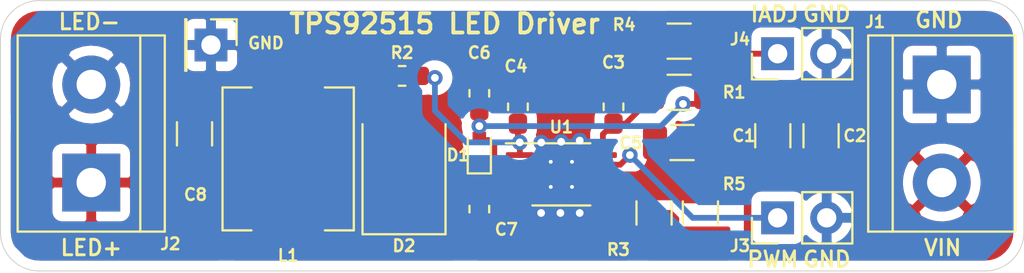
<source format=kicad_pcb>
(kicad_pcb (version 20171130) (host pcbnew 5.1.5-52549c5~84~ubuntu18.04.1)

  (general
    (thickness 1.6)
    (drawings 17)
    (tracks 91)
    (zones 0)
    (modules 22)
    (nets 11)
  )

  (page A4)
  (layers
    (0 F.Cu signal)
    (31 B.Cu signal)
    (32 B.Adhes user)
    (33 F.Adhes user)
    (34 B.Paste user)
    (35 F.Paste user)
    (36 B.SilkS user)
    (37 F.SilkS user)
    (38 B.Mask user)
    (39 F.Mask user)
    (40 Dwgs.User user)
    (41 Cmts.User user)
    (42 Eco1.User user)
    (43 Eco2.User user)
    (44 Edge.Cuts user)
    (45 Margin user)
    (46 B.CrtYd user)
    (47 F.CrtYd user)
    (48 B.Fab user)
    (49 F.Fab user hide)
  )

  (setup
    (last_trace_width 0.3)
    (trace_clearance 0.2)
    (zone_clearance 0.508)
    (zone_45_only no)
    (trace_min 0.2)
    (via_size 0.8)
    (via_drill 0.4)
    (via_min_size 0.4)
    (via_min_drill 0.3)
    (uvia_size 0.3)
    (uvia_drill 0.1)
    (uvias_allowed no)
    (uvia_min_size 0.2)
    (uvia_min_drill 0.1)
    (edge_width 0.05)
    (segment_width 0.2)
    (pcb_text_width 0.3)
    (pcb_text_size 1.5 1.5)
    (mod_edge_width 0.12)
    (mod_text_size 1 1)
    (mod_text_width 0.15)
    (pad_size 1.524 1.524)
    (pad_drill 0.762)
    (pad_to_mask_clearance 0.051)
    (solder_mask_min_width 0.25)
    (aux_axis_origin 0 0)
    (visible_elements FFFFFF7F)
    (pcbplotparams
      (layerselection 0x010f0_ffffffff)
      (usegerberextensions true)
      (usegerberattributes false)
      (usegerberadvancedattributes false)
      (creategerberjobfile false)
      (excludeedgelayer true)
      (linewidth 0.100000)
      (plotframeref false)
      (viasonmask false)
      (mode 1)
      (useauxorigin false)
      (hpglpennumber 1)
      (hpglpenspeed 20)
      (hpglpendiameter 15.000000)
      (psnegative false)
      (psa4output false)
      (plotreference true)
      (plotvalue true)
      (plotinvisibletext false)
      (padsonsilk false)
      (subtractmaskfromsilk false)
      (outputformat 1)
      (mirror false)
      (drillshape 0)
      (scaleselection 1)
      (outputdirectory "gerber/"))
  )

  (net 0 "")
  (net 1 GND)
  (net 2 /VIN)
  (net 3 "Net-(C4-Pad1)")
  (net 4 /VCC)
  (net 5 "Net-(C7-Pad2)")
  (net 6 /VLED)
  (net 7 /PWM)
  (net 8 /IADJ)
  (net 9 /SW)
  (net 10 /CSN)

  (net_class Default "This is the default net class."
    (clearance 0.2)
    (trace_width 0.3)
    (via_dia 0.8)
    (via_drill 0.4)
    (uvia_dia 0.3)
    (uvia_drill 0.1)
    (add_net /CSN)
    (add_net /IADJ)
    (add_net /PWM)
    (add_net /SW)
    (add_net /VCC)
    (add_net /VIN)
    (add_net /VLED)
    (add_net GND)
    (add_net "Net-(C4-Pad1)")
    (add_net "Net-(C7-Pad2)")
  )

  (module Connector_PinHeader_2.54mm:PinHeader_1x01_P2.54mm_Vertical (layer F.Cu) (tedit 59FED5CC) (tstamp 5E62F698)
    (at 118.9 80.3 270)
    (descr "Through hole straight pin header, 1x01, 2.54mm pitch, single row")
    (tags "Through hole pin header THT 1x01 2.54mm single row")
    (path /5E6C3294)
    (fp_text reference GND (at -0.1 -2.85 180) (layer F.SilkS)
      (effects (font (size 0.6 0.6) (thickness 0.13)))
    )
    (fp_text value Test_Point (at 0 2.33 90) (layer F.Fab)
      (effects (font (size 1 1) (thickness 0.15)))
    )
    (fp_text user %R (at 0 0) (layer F.Fab)
      (effects (font (size 1 1) (thickness 0.15)))
    )
    (fp_line (start 1.8 -1.8) (end -1.8 -1.8) (layer F.CrtYd) (width 0.05))
    (fp_line (start 1.8 1.8) (end 1.8 -1.8) (layer F.CrtYd) (width 0.05))
    (fp_line (start -1.8 1.8) (end 1.8 1.8) (layer F.CrtYd) (width 0.05))
    (fp_line (start -1.8 -1.8) (end -1.8 1.8) (layer F.CrtYd) (width 0.05))
    (fp_line (start -1.33 -1.33) (end 0 -1.33) (layer F.SilkS) (width 0.12))
    (fp_line (start -1.33 0) (end -1.33 -1.33) (layer F.SilkS) (width 0.12))
    (fp_line (start -1.33 1.27) (end 1.33 1.27) (layer F.SilkS) (width 0.12))
    (fp_line (start 1.33 1.27) (end 1.33 1.33) (layer F.SilkS) (width 0.12))
    (fp_line (start -1.33 1.27) (end -1.33 1.33) (layer F.SilkS) (width 0.12))
    (fp_line (start -1.33 1.33) (end 1.33 1.33) (layer F.SilkS) (width 0.12))
    (fp_line (start -1.27 -0.635) (end -0.635 -1.27) (layer F.Fab) (width 0.1))
    (fp_line (start -1.27 1.27) (end -1.27 -0.635) (layer F.Fab) (width 0.1))
    (fp_line (start 1.27 1.27) (end -1.27 1.27) (layer F.Fab) (width 0.1))
    (fp_line (start 1.27 -1.27) (end 1.27 1.27) (layer F.Fab) (width 0.1))
    (fp_line (start -0.635 -1.27) (end 1.27 -1.27) (layer F.Fab) (width 0.1))
    (pad 1 thru_hole rect (at 0 0 270) (size 1.7 1.7) (drill 1) (layers *.Cu *.Mask)
      (net 1 GND))
    (model ${KISYS3DMOD}/Connector_PinHeader_2.54mm.3dshapes/PinHeader_1x01_P2.54mm_Vertical.wrl
      (at (xyz 0 0 0))
      (scale (xyz 1 1 1))
      (rotate (xyz 0 0 0))
    )
  )

  (module Connector_PinHeader_2.54mm:PinHeader_1x02_P2.54mm_Vertical (layer F.Cu) (tedit 59FED5CC) (tstamp 5E62FA8E)
    (at 148.25 80.75 90)
    (descr "Through hole straight pin header, 1x02, 2.54mm pitch, single row")
    (tags "Through hole pin header THT 1x02 2.54mm single row")
    (path /5E6CA0F8)
    (fp_text reference J4 (at 0.75 -1.95) (layer F.SilkS)
      (effects (font (size 0.6 0.6) (thickness 0.13)))
    )
    (fp_text value Conn_01x02 (at 0 4.87 90) (layer F.Fab)
      (effects (font (size 1 1) (thickness 0.15)))
    )
    (fp_text user %R (at 0 1.27) (layer F.Fab)
      (effects (font (size 1 1) (thickness 0.15)))
    )
    (fp_line (start 1.8 -1.8) (end -1.8 -1.8) (layer F.CrtYd) (width 0.05))
    (fp_line (start 1.8 4.35) (end 1.8 -1.8) (layer F.CrtYd) (width 0.05))
    (fp_line (start -1.8 4.35) (end 1.8 4.35) (layer F.CrtYd) (width 0.05))
    (fp_line (start -1.8 -1.8) (end -1.8 4.35) (layer F.CrtYd) (width 0.05))
    (fp_line (start -1.33 -1.33) (end 0 -1.33) (layer F.SilkS) (width 0.12))
    (fp_line (start -1.33 0) (end -1.33 -1.33) (layer F.SilkS) (width 0.12))
    (fp_line (start -1.33 1.27) (end 1.33 1.27) (layer F.SilkS) (width 0.12))
    (fp_line (start 1.33 1.27) (end 1.33 3.87) (layer F.SilkS) (width 0.12))
    (fp_line (start -1.33 1.27) (end -1.33 3.87) (layer F.SilkS) (width 0.12))
    (fp_line (start -1.33 3.87) (end 1.33 3.87) (layer F.SilkS) (width 0.12))
    (fp_line (start -1.27 -0.635) (end -0.635 -1.27) (layer F.Fab) (width 0.1))
    (fp_line (start -1.27 3.81) (end -1.27 -0.635) (layer F.Fab) (width 0.1))
    (fp_line (start 1.27 3.81) (end -1.27 3.81) (layer F.Fab) (width 0.1))
    (fp_line (start 1.27 -1.27) (end 1.27 3.81) (layer F.Fab) (width 0.1))
    (fp_line (start -0.635 -1.27) (end 1.27 -1.27) (layer F.Fab) (width 0.1))
    (pad 2 thru_hole oval (at 0 2.54 90) (size 1.7 1.7) (drill 1) (layers *.Cu *.Mask)
      (net 1 GND))
    (pad 1 thru_hole rect (at 0 0 90) (size 1.7 1.7) (drill 1) (layers *.Cu *.Mask)
      (net 8 /IADJ))
    (model ${KISYS3DMOD}/Connector_PinHeader_2.54mm.3dshapes/PinHeader_1x02_P2.54mm_Vertical.wrl
      (at (xyz 0 0 0))
      (scale (xyz 1 1 1))
      (rotate (xyz 0 0 0))
    )
  )

  (module Connector_PinHeader_2.54mm:PinHeader_1x02_P2.54mm_Vertical (layer F.Cu) (tedit 59FED5CC) (tstamp 5E62F595)
    (at 148.25 89.25 90)
    (descr "Through hole straight pin header, 1x02, 2.54mm pitch, single row")
    (tags "Through hole pin header THT 1x02 2.54mm single row")
    (path /5E6BC982)
    (fp_text reference J3 (at -1.45 -1.95 180) (layer F.SilkS)
      (effects (font (size 0.6 0.6) (thickness 0.13)))
    )
    (fp_text value Conn_01x02 (at 0 4.87 90) (layer F.Fab)
      (effects (font (size 1 1) (thickness 0.15)))
    )
    (fp_text user %R (at 0 1.27) (layer F.Fab)
      (effects (font (size 1 1) (thickness 0.15)))
    )
    (fp_line (start 1.8 -1.8) (end -1.8 -1.8) (layer F.CrtYd) (width 0.05))
    (fp_line (start 1.8 4.35) (end 1.8 -1.8) (layer F.CrtYd) (width 0.05))
    (fp_line (start -1.8 4.35) (end 1.8 4.35) (layer F.CrtYd) (width 0.05))
    (fp_line (start -1.8 -1.8) (end -1.8 4.35) (layer F.CrtYd) (width 0.05))
    (fp_line (start -1.33 -1.33) (end 0 -1.33) (layer F.SilkS) (width 0.12))
    (fp_line (start -1.33 0) (end -1.33 -1.33) (layer F.SilkS) (width 0.12))
    (fp_line (start -1.33 1.27) (end 1.33 1.27) (layer F.SilkS) (width 0.12))
    (fp_line (start 1.33 1.27) (end 1.33 3.87) (layer F.SilkS) (width 0.12))
    (fp_line (start -1.33 1.27) (end -1.33 3.87) (layer F.SilkS) (width 0.12))
    (fp_line (start -1.33 3.87) (end 1.33 3.87) (layer F.SilkS) (width 0.12))
    (fp_line (start -1.27 -0.635) (end -0.635 -1.27) (layer F.Fab) (width 0.1))
    (fp_line (start -1.27 3.81) (end -1.27 -0.635) (layer F.Fab) (width 0.1))
    (fp_line (start 1.27 3.81) (end -1.27 3.81) (layer F.Fab) (width 0.1))
    (fp_line (start 1.27 -1.27) (end 1.27 3.81) (layer F.Fab) (width 0.1))
    (fp_line (start -0.635 -1.27) (end 1.27 -1.27) (layer F.Fab) (width 0.1))
    (pad 2 thru_hole oval (at 0 2.54 90) (size 1.7 1.7) (drill 1) (layers *.Cu *.Mask)
      (net 1 GND))
    (pad 1 thru_hole rect (at 0 0 90) (size 1.7 1.7) (drill 1) (layers *.Cu *.Mask)
      (net 7 /PWM))
    (model ${KISYS3DMOD}/Connector_PinHeader_2.54mm.3dshapes/PinHeader_1x02_P2.54mm_Vertical.wrl
      (at (xyz 0 0 0))
      (scale (xyz 1 1 1))
      (rotate (xyz 0 0 0))
    )
  )

  (module Resistor_SMD:R_1206_3216Metric_Pad1.42x1.75mm_HandSolder (layer F.Cu) (tedit 5B301BBD) (tstamp 5E62D57F)
    (at 144.25 89 90)
    (descr "Resistor SMD 1206 (3216 Metric), square (rectangular) end terminal, IPC_7351 nominal with elongated pad for handsoldering. (Body size source: http://www.tortai-tech.com/upload/download/2011102023233369053.pdf), generated with kicad-footprint-generator")
    (tags "resistor handsolder")
    (path /5E6A526A)
    (attr smd)
    (fp_text reference R5 (at 1.5 1.75 180) (layer F.SilkS)
      (effects (font (size 0.6 0.6) (thickness 0.13)))
    )
    (fp_text value 0.68E (at 0 1.82 90) (layer F.Fab)
      (effects (font (size 1 1) (thickness 0.15)))
    )
    (fp_text user %R (at 0 0 90) (layer F.Fab)
      (effects (font (size 0.8 0.8) (thickness 0.12)))
    )
    (fp_line (start 2.45 1.12) (end -2.45 1.12) (layer F.CrtYd) (width 0.05))
    (fp_line (start 2.45 -1.12) (end 2.45 1.12) (layer F.CrtYd) (width 0.05))
    (fp_line (start -2.45 -1.12) (end 2.45 -1.12) (layer F.CrtYd) (width 0.05))
    (fp_line (start -2.45 1.12) (end -2.45 -1.12) (layer F.CrtYd) (width 0.05))
    (fp_line (start -0.602064 0.91) (end 0.602064 0.91) (layer F.SilkS) (width 0.12))
    (fp_line (start -0.602064 -0.91) (end 0.602064 -0.91) (layer F.SilkS) (width 0.12))
    (fp_line (start 1.6 0.8) (end -1.6 0.8) (layer F.Fab) (width 0.1))
    (fp_line (start 1.6 -0.8) (end 1.6 0.8) (layer F.Fab) (width 0.1))
    (fp_line (start -1.6 -0.8) (end 1.6 -0.8) (layer F.Fab) (width 0.1))
    (fp_line (start -1.6 0.8) (end -1.6 -0.8) (layer F.Fab) (width 0.1))
    (pad 2 smd roundrect (at 1.4875 0 90) (size 1.425 1.75) (layers F.Cu F.Paste F.Mask) (roundrect_rratio 0.175439)
      (net 2 /VIN))
    (pad 1 smd roundrect (at -1.4875 0 90) (size 1.425 1.75) (layers F.Cu F.Paste F.Mask) (roundrect_rratio 0.175439)
      (net 10 /CSN))
    (model ${KISYS3DMOD}/Resistor_SMD.3dshapes/R_1206_3216Metric.wrl
      (at (xyz 0 0 0))
      (scale (xyz 1 1 1))
      (rotate (xyz 0 0 0))
    )
  )

  (module Resistor_SMD:R_1206_3216Metric_Pad1.42x1.75mm_HandSolder (layer F.Cu) (tedit 5B301BBD) (tstamp 5E62CEFF)
    (at 141.85 89 90)
    (descr "Resistor SMD 1206 (3216 Metric), square (rectangular) end terminal, IPC_7351 nominal with elongated pad for handsoldering. (Body size source: http://www.tortai-tech.com/upload/download/2011102023233369053.pdf), generated with kicad-footprint-generator")
    (tags "resistor handsolder")
    (path /5E62E8FC)
    (attr smd)
    (fp_text reference R3 (at -1.9 -1.85 180) (layer F.SilkS)
      (effects (font (size 0.6 0.6) (thickness 0.13)))
    )
    (fp_text value 0.47E (at 0 1.82 90) (layer F.Fab)
      (effects (font (size 1 1) (thickness 0.15)))
    )
    (fp_text user %R (at 0 0 90) (layer F.Fab)
      (effects (font (size 0.8 0.8) (thickness 0.12)))
    )
    (fp_line (start 2.45 1.12) (end -2.45 1.12) (layer F.CrtYd) (width 0.05))
    (fp_line (start 2.45 -1.12) (end 2.45 1.12) (layer F.CrtYd) (width 0.05))
    (fp_line (start -2.45 -1.12) (end 2.45 -1.12) (layer F.CrtYd) (width 0.05))
    (fp_line (start -2.45 1.12) (end -2.45 -1.12) (layer F.CrtYd) (width 0.05))
    (fp_line (start -0.602064 0.91) (end 0.602064 0.91) (layer F.SilkS) (width 0.12))
    (fp_line (start -0.602064 -0.91) (end 0.602064 -0.91) (layer F.SilkS) (width 0.12))
    (fp_line (start 1.6 0.8) (end -1.6 0.8) (layer F.Fab) (width 0.1))
    (fp_line (start 1.6 -0.8) (end 1.6 0.8) (layer F.Fab) (width 0.1))
    (fp_line (start -1.6 -0.8) (end 1.6 -0.8) (layer F.Fab) (width 0.1))
    (fp_line (start -1.6 0.8) (end -1.6 -0.8) (layer F.Fab) (width 0.1))
    (pad 2 smd roundrect (at 1.4875 0 90) (size 1.425 1.75) (layers F.Cu F.Paste F.Mask) (roundrect_rratio 0.175439)
      (net 2 /VIN))
    (pad 1 smd roundrect (at -1.4875 0 90) (size 1.425 1.75) (layers F.Cu F.Paste F.Mask) (roundrect_rratio 0.175439)
      (net 10 /CSN))
    (model ${KISYS3DMOD}/Resistor_SMD.3dshapes/R_1206_3216Metric.wrl
      (at (xyz 0 0 0))
      (scale (xyz 1 1 1))
      (rotate (xyz 0 0 0))
    )
  )

  (module Package_SO:MSOP-10-1EP_3x3mm_P0.5mm_EP1.68x1.88mm_ThermalVias (layer F.Cu) (tedit 5DC5FE75) (tstamp 5E62CBAE)
    (at 137.05 87)
    (descr "MSOP, 10 Pin (https://www.analog.com/media/en/technical-documentation/data-sheets/3805fg.pdf#page=18), generated with kicad-footprint-generator ipc_gullwing_generator.py")
    (tags "MSOP SO")
    (path /5E62BBF3)
    (attr smd)
    (fp_text reference U1 (at 0 -2.45) (layer F.SilkS)
      (effects (font (size 0.6 0.6) (thickness 0.13)))
    )
    (fp_text value TPS92515HVDGQT (at 0 2.45) (layer F.Fab)
      (effects (font (size 1 1) (thickness 0.15)))
    )
    (fp_text user %R (at 0 0) (layer F.Fab)
      (effects (font (size 0.75 0.75) (thickness 0.11)))
    )
    (fp_line (start 3.12 -1.75) (end -3.12 -1.75) (layer F.CrtYd) (width 0.05))
    (fp_line (start 3.12 1.75) (end 3.12 -1.75) (layer F.CrtYd) (width 0.05))
    (fp_line (start -3.12 1.75) (end 3.12 1.75) (layer F.CrtYd) (width 0.05))
    (fp_line (start -3.12 -1.75) (end -3.12 1.75) (layer F.CrtYd) (width 0.05))
    (fp_line (start -1.5 -0.75) (end -0.75 -1.5) (layer F.Fab) (width 0.1))
    (fp_line (start -1.5 1.5) (end -1.5 -0.75) (layer F.Fab) (width 0.1))
    (fp_line (start 1.5 1.5) (end -1.5 1.5) (layer F.Fab) (width 0.1))
    (fp_line (start 1.5 -1.5) (end 1.5 1.5) (layer F.Fab) (width 0.1))
    (fp_line (start -0.75 -1.5) (end 1.5 -1.5) (layer F.Fab) (width 0.1))
    (fp_line (start 0 -1.61) (end -2.875 -1.61) (layer F.SilkS) (width 0.12))
    (fp_line (start 0 -1.61) (end 1.5 -1.61) (layer F.SilkS) (width 0.12))
    (fp_line (start 0 1.61) (end -1.5 1.61) (layer F.SilkS) (width 0.12))
    (fp_line (start 0 1.61) (end 1.5 1.61) (layer F.SilkS) (width 0.12))
    (pad "" smd roundrect (at 0.42 0.47) (size 0.7 0.79) (layers F.Paste) (roundrect_rratio 0.25))
    (pad "" smd roundrect (at 0.42 -0.47) (size 0.7 0.79) (layers F.Paste) (roundrect_rratio 0.25))
    (pad "" smd roundrect (at -0.42 0.47) (size 0.7 0.79) (layers F.Paste) (roundrect_rratio 0.25))
    (pad "" smd roundrect (at -0.42 -0.47) (size 0.7 0.79) (layers F.Paste) (roundrect_rratio 0.25))
    (pad 11 smd rect (at 0 0) (size 1.6 1.8) (layers B.Cu)
      (net 1 GND))
    (pad 11 thru_hole circle (at 0.55 0.65) (size 0.5 0.5) (drill 0.2) (layers *.Cu)
      (net 1 GND))
    (pad 11 thru_hole circle (at -0.55 0.65) (size 0.5 0.5) (drill 0.2) (layers *.Cu)
      (net 1 GND))
    (pad 11 thru_hole circle (at 0.55 -0.65) (size 0.5 0.5) (drill 0.2) (layers *.Cu)
      (net 1 GND))
    (pad 11 thru_hole circle (at -0.55 -0.65) (size 0.5 0.5) (drill 0.2) (layers *.Cu)
      (net 1 GND))
    (pad 11 smd rect (at 0 0) (size 1.68 1.88) (layers F.Cu F.Mask)
      (net 1 GND))
    (pad 10 smd roundrect (at 2.15 -1) (size 1.45 0.3) (layers F.Cu F.Paste F.Mask) (roundrect_rratio 0.25)
      (net 8 /IADJ))
    (pad 9 smd roundrect (at 2.15 -0.5) (size 1.45 0.3) (layers F.Cu F.Paste F.Mask) (roundrect_rratio 0.25)
      (net 7 /PWM))
    (pad 8 smd roundrect (at 2.15 0) (size 1.45 0.3) (layers F.Cu F.Paste F.Mask) (roundrect_rratio 0.25)
      (net 2 /VIN))
    (pad 7 smd roundrect (at 2.15 0.5) (size 1.45 0.3) (layers F.Cu F.Paste F.Mask) (roundrect_rratio 0.25)
      (net 10 /CSN))
    (pad 6 smd roundrect (at 2.15 1) (size 1.45 0.3) (layers F.Cu F.Paste F.Mask) (roundrect_rratio 0.25)
      (net 10 /CSN))
    (pad 5 smd roundrect (at -2.15 1) (size 1.45 0.3) (layers F.Cu F.Paste F.Mask) (roundrect_rratio 0.25)
      (net 9 /SW))
    (pad 4 smd roundrect (at -2.15 0.5) (size 1.45 0.3) (layers F.Cu F.Paste F.Mask) (roundrect_rratio 0.25)
      (net 5 "Net-(C7-Pad2)"))
    (pad 3 smd roundrect (at -2.15 0) (size 1.45 0.3) (layers F.Cu F.Paste F.Mask) (roundrect_rratio 0.25)
      (net 1 GND))
    (pad 2 smd roundrect (at -2.15 -0.5) (size 1.45 0.3) (layers F.Cu F.Paste F.Mask) (roundrect_rratio 0.25)
      (net 4 /VCC))
    (pad 1 smd roundrect (at -2.15 -1) (size 1.45 0.3) (layers F.Cu F.Paste F.Mask) (roundrect_rratio 0.25)
      (net 3 "Net-(C4-Pad1)"))
    (model ${KISYS3DMOD}/Package_SO.3dshapes/MSOP-10-1EP_3x3mm_P0.5mm_EP1.68x1.88mm.wrl
      (at (xyz 0 0 0))
      (scale (xyz 1 1 1))
      (rotate (xyz 0 0 0))
    )
  )

  (module Capacitor_SMD:C_1206_3216Metric (layer F.Cu) (tedit 5B301BBE) (tstamp 5E62E809)
    (at 143.15 80.1 180)
    (descr "Capacitor SMD 1206 (3216 Metric), square (rectangular) end terminal, IPC_7351 nominal, (Body size source: http://www.tortai-tech.com/upload/download/2011102023233369053.pdf), generated with kicad-footprint-generator")
    (tags capacitor)
    (path /5E63E4E4)
    (attr smd)
    (fp_text reference R4 (at 2.85 0.85) (layer F.SilkS)
      (effects (font (size 0.6 0.6) (thickness 0.13)))
    )
    (fp_text value 47k (at 0 1.82) (layer F.Fab)
      (effects (font (size 1 1) (thickness 0.15)))
    )
    (fp_text user %R (at 0 0) (layer F.Fab)
      (effects (font (size 0.8 0.8) (thickness 0.12)))
    )
    (fp_line (start 2.28 1.12) (end -2.28 1.12) (layer F.CrtYd) (width 0.05))
    (fp_line (start 2.28 -1.12) (end 2.28 1.12) (layer F.CrtYd) (width 0.05))
    (fp_line (start -2.28 -1.12) (end 2.28 -1.12) (layer F.CrtYd) (width 0.05))
    (fp_line (start -2.28 1.12) (end -2.28 -1.12) (layer F.CrtYd) (width 0.05))
    (fp_line (start -0.602064 0.91) (end 0.602064 0.91) (layer F.SilkS) (width 0.12))
    (fp_line (start -0.602064 -0.91) (end 0.602064 -0.91) (layer F.SilkS) (width 0.12))
    (fp_line (start 1.6 0.8) (end -1.6 0.8) (layer F.Fab) (width 0.1))
    (fp_line (start 1.6 -0.8) (end 1.6 0.8) (layer F.Fab) (width 0.1))
    (fp_line (start -1.6 -0.8) (end 1.6 -0.8) (layer F.Fab) (width 0.1))
    (fp_line (start -1.6 0.8) (end -1.6 -0.8) (layer F.Fab) (width 0.1))
    (pad 2 smd roundrect (at 1.4 0 180) (size 1.25 1.75) (layers F.Cu F.Paste F.Mask) (roundrect_rratio 0.2)
      (net 8 /IADJ))
    (pad 1 smd roundrect (at -1.4 0 180) (size 1.25 1.75) (layers F.Cu F.Paste F.Mask) (roundrect_rratio 0.2)
      (net 1 GND))
    (model ${KISYS3DMOD}/Capacitor_SMD.3dshapes/C_1206_3216Metric.wrl
      (at (xyz 0 0 0))
      (scale (xyz 1 1 1))
      (rotate (xyz 0 0 0))
    )
  )

  (module Capacitor_SMD:C_0603_1608Metric_Pad1.05x0.95mm_HandSolder (layer F.Cu) (tedit 5B301BBE) (tstamp 5E62E428)
    (at 128.8 81.9 180)
    (descr "Capacitor SMD 0603 (1608 Metric), square (rectangular) end terminal, IPC_7351 nominal with elongated pad for handsoldering. (Body size source: http://www.tortai-tech.com/upload/download/2011102023233369053.pdf), generated with kicad-footprint-generator")
    (tags "capacitor handsolder")
    (path /5E653A63)
    (attr smd)
    (fp_text reference R2 (at 0 1.2) (layer F.SilkS)
      (effects (font (size 0.6 0.6) (thickness 0.13)))
    )
    (fp_text value 6.2k (at 0 1.43) (layer F.Fab)
      (effects (font (size 1 1) (thickness 0.15)))
    )
    (fp_text user %R (at 0 0) (layer F.Fab)
      (effects (font (size 0.4 0.4) (thickness 0.06)))
    )
    (fp_line (start 1.65 0.73) (end -1.65 0.73) (layer F.CrtYd) (width 0.05))
    (fp_line (start 1.65 -0.73) (end 1.65 0.73) (layer F.CrtYd) (width 0.05))
    (fp_line (start -1.65 -0.73) (end 1.65 -0.73) (layer F.CrtYd) (width 0.05))
    (fp_line (start -1.65 0.73) (end -1.65 -0.73) (layer F.CrtYd) (width 0.05))
    (fp_line (start -0.171267 0.51) (end 0.171267 0.51) (layer F.SilkS) (width 0.12))
    (fp_line (start -0.171267 -0.51) (end 0.171267 -0.51) (layer F.SilkS) (width 0.12))
    (fp_line (start 0.8 0.4) (end -0.8 0.4) (layer F.Fab) (width 0.1))
    (fp_line (start 0.8 -0.4) (end 0.8 0.4) (layer F.Fab) (width 0.1))
    (fp_line (start -0.8 -0.4) (end 0.8 -0.4) (layer F.Fab) (width 0.1))
    (fp_line (start -0.8 0.4) (end -0.8 -0.4) (layer F.Fab) (width 0.1))
    (pad 2 smd roundrect (at 0.875 0 180) (size 1.05 0.95) (layers F.Cu F.Paste F.Mask) (roundrect_rratio 0.25)
      (net 6 /VLED))
    (pad 1 smd roundrect (at -0.875 0 180) (size 1.05 0.95) (layers F.Cu F.Paste F.Mask) (roundrect_rratio 0.25)
      (net 3 "Net-(C4-Pad1)"))
    (model ${KISYS3DMOD}/Capacitor_SMD.3dshapes/C_0603_1608Metric.wrl
      (at (xyz 0 0 0))
      (scale (xyz 1 1 1))
      (rotate (xyz 0 0 0))
    )
  )

  (module Capacitor_SMD:C_1206_3216Metric (layer F.Cu) (tedit 5B301BBE) (tstamp 5E62CB55)
    (at 143.15 82.75)
    (descr "Capacitor SMD 1206 (3216 Metric), square (rectangular) end terminal, IPC_7351 nominal, (Body size source: http://www.tortai-tech.com/upload/download/2011102023233369053.pdf), generated with kicad-footprint-generator")
    (tags capacitor)
    (path /5E63D91D)
    (attr smd)
    (fp_text reference R1 (at 2.85 0) (layer F.SilkS)
      (effects (font (size 0.6 0.6) (thickness 0.13)))
    )
    (fp_text value 56k (at 0 1.82) (layer F.Fab)
      (effects (font (size 1 1) (thickness 0.15)))
    )
    (fp_text user %R (at 0 0) (layer F.Fab)
      (effects (font (size 0.8 0.8) (thickness 0.12)))
    )
    (fp_line (start 2.28 1.12) (end -2.28 1.12) (layer F.CrtYd) (width 0.05))
    (fp_line (start 2.28 -1.12) (end 2.28 1.12) (layer F.CrtYd) (width 0.05))
    (fp_line (start -2.28 -1.12) (end 2.28 -1.12) (layer F.CrtYd) (width 0.05))
    (fp_line (start -2.28 1.12) (end -2.28 -1.12) (layer F.CrtYd) (width 0.05))
    (fp_line (start -0.602064 0.91) (end 0.602064 0.91) (layer F.SilkS) (width 0.12))
    (fp_line (start -0.602064 -0.91) (end 0.602064 -0.91) (layer F.SilkS) (width 0.12))
    (fp_line (start 1.6 0.8) (end -1.6 0.8) (layer F.Fab) (width 0.1))
    (fp_line (start 1.6 -0.8) (end 1.6 0.8) (layer F.Fab) (width 0.1))
    (fp_line (start -1.6 -0.8) (end 1.6 -0.8) (layer F.Fab) (width 0.1))
    (fp_line (start -1.6 0.8) (end -1.6 -0.8) (layer F.Fab) (width 0.1))
    (pad 2 smd roundrect (at 1.4 0) (size 1.25 1.75) (layers F.Cu F.Paste F.Mask) (roundrect_rratio 0.2)
      (net 4 /VCC))
    (pad 1 smd roundrect (at -1.4 0) (size 1.25 1.75) (layers F.Cu F.Paste F.Mask) (roundrect_rratio 0.2)
      (net 8 /IADJ))
    (model ${KISYS3DMOD}/Capacitor_SMD.3dshapes/C_1206_3216Metric.wrl
      (at (xyz 0 0 0))
      (scale (xyz 1 1 1))
      (rotate (xyz 0 0 0))
    )
  )

  (module Inductor_SMD:L_Abracon_ASPI-0630LR (layer F.Cu) (tedit 5CF3AFF0) (tstamp 5E62CB44)
    (at 122.9 86.2 90)
    (descr "smd shielded power inductor https://abracon.com/Magnetics/power/ASPI-0630LR.pdf")
    (tags "inductor abracon smd shielded")
    (path /5E67EC0A)
    (attr smd)
    (fp_text reference L1 (at -5 0 180) (layer F.SilkS)
      (effects (font (size 0.6 0.6) (thickness 0.13)))
    )
    (fp_text value L (at 0 4.25 90) (layer F.Fab)
      (effects (font (size 1 1) (thickness 0.15)))
    )
    (fp_line (start 3.85 -1.95) (end 3.85 -3.58) (layer F.CrtYd) (width 0.05))
    (fp_line (start 4.45 -1.95) (end 3.85 -1.95) (layer F.CrtYd) (width 0.05))
    (fp_line (start 4.45 1.95) (end 4.45 -1.95) (layer F.CrtYd) (width 0.05))
    (fp_line (start 3.85 1.95) (end 4.45 1.95) (layer F.CrtYd) (width 0.05))
    (fp_line (start -3.85 1.95) (end -3.85 3.58) (layer F.CrtYd) (width 0.05))
    (fp_line (start -4.45 1.95) (end -3.85 1.95) (layer F.CrtYd) (width 0.05))
    (fp_line (start -4.45 -1.95) (end -4.45 1.95) (layer F.CrtYd) (width 0.05))
    (fp_line (start -3.85 -1.95) (end -4.45 -1.95) (layer F.CrtYd) (width 0.05))
    (fp_line (start 3.85 3.58) (end 3.85 1.95) (layer F.CrtYd) (width 0.05))
    (fp_line (start -3.85 3.58) (end 3.85 3.58) (layer F.CrtYd) (width 0.05))
    (fp_line (start -3.85 -3.58) (end -3.85 -1.95) (layer F.CrtYd) (width 0.05))
    (fp_line (start 3.85 -3.58) (end -3.85 -3.58) (layer F.CrtYd) (width 0.05))
    (fp_line (start 3.7 -3.4) (end 3.7 -1.9) (layer F.SilkS) (width 0.12))
    (fp_line (start -3.7 -3.4) (end -3.7 -1.9) (layer F.SilkS) (width 0.12))
    (fp_line (start 3.7 -3.4) (end -3.7 -3.4) (layer F.SilkS) (width 0.12))
    (fp_line (start -3.7 3.4) (end -3.7 1.9) (layer F.SilkS) (width 0.12))
    (fp_line (start 3.7 3.4) (end 3.7 1.9) (layer F.SilkS) (width 0.12))
    (fp_line (start -3.7 3.4) (end 3.7 3.4) (layer F.SilkS) (width 0.12))
    (fp_text user %R (at 0 0 90) (layer F.Fab)
      (effects (font (size 1 1) (thickness 0.15)))
    )
    (fp_line (start -3.6 -3.325) (end 3.6 -3.325) (layer F.Fab) (width 0.1))
    (fp_line (start -3.6 3.325) (end -3.6 -3.325) (layer F.Fab) (width 0.1))
    (fp_line (start 3.6 3.325) (end -3.6 3.325) (layer F.Fab) (width 0.1))
    (fp_line (start 3.6 -3.325) (end 3.6 3.325) (layer F.Fab) (width 0.1))
    (pad 2 smd roundrect (at 3.025 0 90) (size 2.35 3.4) (layers F.Cu F.Paste F.Mask) (roundrect_rratio 0.1)
      (net 6 /VLED))
    (pad 1 smd roundrect (at -3.025 0 90) (size 2.35 3.4) (layers F.Cu F.Paste F.Mask) (roundrect_rratio 0.1)
      (net 9 /SW))
    (model ${KISYS3DMOD}/Inductor_SMD.3dshapes/L_Abracon_ASPI-0630LR.wrl
      (at (xyz 0 0 0))
      (scale (xyz 1 1 1))
      (rotate (xyz 0 0 0))
    )
  )

  (module TerminalBlock:TerminalBlock_bornier-2_P5.08mm (layer F.Cu) (tedit 59FF03AB) (tstamp 5E62CB27)
    (at 112.7 87.425 90)
    (descr "simple 2-pin terminal block, pitch 5.08mm, revamped version of bornier2")
    (tags "terminal block bornier2")
    (path /5E683767)
    (fp_text reference J2 (at -3.175 4.1 180) (layer F.SilkS)
      (effects (font (size 0.6 0.6) (thickness 0.13)))
    )
    (fp_text value "LED array" (at 2.54 5.08 90) (layer F.Fab)
      (effects (font (size 1 1) (thickness 0.15)))
    )
    (fp_line (start 7.79 4) (end -2.71 4) (layer F.CrtYd) (width 0.05))
    (fp_line (start 7.79 4) (end 7.79 -4) (layer F.CrtYd) (width 0.05))
    (fp_line (start -2.71 -4) (end -2.71 4) (layer F.CrtYd) (width 0.05))
    (fp_line (start -2.71 -4) (end 7.79 -4) (layer F.CrtYd) (width 0.05))
    (fp_line (start -2.54 3.81) (end 7.62 3.81) (layer F.SilkS) (width 0.12))
    (fp_line (start -2.54 -3.81) (end -2.54 3.81) (layer F.SilkS) (width 0.12))
    (fp_line (start 7.62 -3.81) (end -2.54 -3.81) (layer F.SilkS) (width 0.12))
    (fp_line (start 7.62 3.81) (end 7.62 -3.81) (layer F.SilkS) (width 0.12))
    (fp_line (start 7.62 2.54) (end -2.54 2.54) (layer F.SilkS) (width 0.12))
    (fp_line (start 7.54 -3.75) (end -2.46 -3.75) (layer F.Fab) (width 0.1))
    (fp_line (start 7.54 3.75) (end 7.54 -3.75) (layer F.Fab) (width 0.1))
    (fp_line (start -2.46 3.75) (end 7.54 3.75) (layer F.Fab) (width 0.1))
    (fp_line (start -2.46 -3.75) (end -2.46 3.75) (layer F.Fab) (width 0.1))
    (fp_line (start -2.41 2.55) (end 7.49 2.55) (layer F.Fab) (width 0.1))
    (fp_text user %R (at 2.54 0 90) (layer F.Fab)
      (effects (font (size 1 1) (thickness 0.15)))
    )
    (pad 2 thru_hole circle (at 5.08 0 90) (size 3 3) (drill 1.52) (layers *.Cu *.Mask)
      (net 1 GND))
    (pad 1 thru_hole rect (at 0 0 90) (size 3 3) (drill 1.52) (layers *.Cu *.Mask)
      (net 6 /VLED))
    (model ${KISYS3DMOD}/TerminalBlock.3dshapes/TerminalBlock_bornier-2_P5.08mm.wrl
      (offset (xyz 2.539999961853027 0 0))
      (scale (xyz 1 1 1))
      (rotate (xyz 0 0 0))
    )
  )

  (module TerminalBlock:TerminalBlock_bornier-2_P5.08mm (layer F.Cu) (tedit 59FF03AB) (tstamp 5E62E9F1)
    (at 156.75 82.345 270)
    (descr "simple 2-pin terminal block, pitch 5.08mm, revamped version of bornier2")
    (tags "terminal block bornier2")
    (path /5E62CD0D)
    (fp_text reference J1 (at -3.245 3.45 180) (layer F.SilkS)
      (effects (font (size 0.6 0.6) (thickness 0.13)))
    )
    (fp_text value "48V adapter" (at 2.54 5.08 90) (layer F.Fab)
      (effects (font (size 1 1) (thickness 0.15)))
    )
    (fp_line (start 7.79 4) (end -2.71 4) (layer F.CrtYd) (width 0.05))
    (fp_line (start 7.79 4) (end 7.79 -4) (layer F.CrtYd) (width 0.05))
    (fp_line (start -2.71 -4) (end -2.71 4) (layer F.CrtYd) (width 0.05))
    (fp_line (start -2.71 -4) (end 7.79 -4) (layer F.CrtYd) (width 0.05))
    (fp_line (start -2.54 3.81) (end 7.62 3.81) (layer F.SilkS) (width 0.12))
    (fp_line (start -2.54 -3.81) (end -2.54 3.81) (layer F.SilkS) (width 0.12))
    (fp_line (start 7.62 -3.81) (end -2.54 -3.81) (layer F.SilkS) (width 0.12))
    (fp_line (start 7.62 3.81) (end 7.62 -3.81) (layer F.SilkS) (width 0.12))
    (fp_line (start 7.62 2.54) (end -2.54 2.54) (layer F.SilkS) (width 0.12))
    (fp_line (start 7.54 -3.75) (end -2.46 -3.75) (layer F.Fab) (width 0.1))
    (fp_line (start 7.54 3.75) (end 7.54 -3.75) (layer F.Fab) (width 0.1))
    (fp_line (start -2.46 3.75) (end 7.54 3.75) (layer F.Fab) (width 0.1))
    (fp_line (start -2.46 -3.75) (end -2.46 3.75) (layer F.Fab) (width 0.1))
    (fp_line (start -2.41 2.55) (end 7.49 2.55) (layer F.Fab) (width 0.1))
    (fp_text user %R (at 2.54 0 90) (layer F.Fab)
      (effects (font (size 1 1) (thickness 0.15)))
    )
    (pad 2 thru_hole circle (at 5.08 0 270) (size 3 3) (drill 1.52) (layers *.Cu *.Mask)
      (net 2 /VIN))
    (pad 1 thru_hole rect (at 0 0 270) (size 3 3) (drill 1.52) (layers *.Cu *.Mask)
      (net 1 GND))
    (model ${KISYS3DMOD}/TerminalBlock.3dshapes/TerminalBlock_bornier-2_P5.08mm.wrl
      (offset (xyz 2.539999961853027 0 0))
      (scale (xyz 1 1 1))
      (rotate (xyz 0 0 0))
    )
  )

  (module Diode_SMD:D_SMB (layer F.Cu) (tedit 58645DF3) (tstamp 5E62CAFD)
    (at 128.9 86.55 90)
    (descr "Diode SMB (DO-214AA)")
    (tags "Diode SMB (DO-214AA)")
    (path /5E65F8D2)
    (attr smd)
    (fp_text reference D2 (at -4.15 0 180) (layer F.SilkS)
      (effects (font (size 0.6 0.6) (thickness 0.13)))
    )
    (fp_text value SS310 (at 0 3.1 90) (layer F.Fab)
      (effects (font (size 1 1) (thickness 0.15)))
    )
    (fp_line (start -3.55 -2.15) (end 2.15 -2.15) (layer F.SilkS) (width 0.12))
    (fp_line (start -3.55 2.15) (end 2.15 2.15) (layer F.SilkS) (width 0.12))
    (fp_line (start -0.64944 0.00102) (end 0.50118 -0.79908) (layer F.Fab) (width 0.1))
    (fp_line (start -0.64944 0.00102) (end 0.50118 0.75032) (layer F.Fab) (width 0.1))
    (fp_line (start 0.50118 0.75032) (end 0.50118 -0.79908) (layer F.Fab) (width 0.1))
    (fp_line (start -0.64944 -0.79908) (end -0.64944 0.80112) (layer F.Fab) (width 0.1))
    (fp_line (start 0.50118 0.00102) (end 1.4994 0.00102) (layer F.Fab) (width 0.1))
    (fp_line (start -0.64944 0.00102) (end -1.55114 0.00102) (layer F.Fab) (width 0.1))
    (fp_line (start -3.65 2.25) (end -3.65 -2.25) (layer F.CrtYd) (width 0.05))
    (fp_line (start 3.65 2.25) (end -3.65 2.25) (layer F.CrtYd) (width 0.05))
    (fp_line (start 3.65 -2.25) (end 3.65 2.25) (layer F.CrtYd) (width 0.05))
    (fp_line (start -3.65 -2.25) (end 3.65 -2.25) (layer F.CrtYd) (width 0.05))
    (fp_line (start 2.3 -2) (end -2.3 -2) (layer F.Fab) (width 0.1))
    (fp_line (start 2.3 -2) (end 2.3 2) (layer F.Fab) (width 0.1))
    (fp_line (start -2.3 2) (end -2.3 -2) (layer F.Fab) (width 0.1))
    (fp_line (start 2.3 2) (end -2.3 2) (layer F.Fab) (width 0.1))
    (fp_line (start -3.55 -2.15) (end -3.55 2.15) (layer F.SilkS) (width 0.12))
    (fp_text user %R (at 0 -3 90) (layer F.Fab)
      (effects (font (size 1 1) (thickness 0.15)))
    )
    (pad 2 smd rect (at 2.15 0 90) (size 2.5 2.3) (layers F.Cu F.Paste F.Mask)
      (net 1 GND))
    (pad 1 smd rect (at -2.15 0 90) (size 2.5 2.3) (layers F.Cu F.Paste F.Mask)
      (net 9 /SW))
    (model ${KISYS3DMOD}/Diode_SMD.3dshapes/D_SMB.wrl
      (at (xyz 0 0 0))
      (scale (xyz 1 1 1))
      (rotate (xyz 0 0 0))
    )
  )

  (module Diode_SMD:D_SOD-523 (layer F.Cu) (tedit 586419F0) (tstamp 5E62CAE5)
    (at 132.8 85.8 90)
    (descr "http://www.diodes.com/datasheets/ap02001.pdf p.144")
    (tags "Diode SOD523")
    (path /5E660CE9)
    (attr smd)
    (fp_text reference D1 (at -0.2 -1.1 180) (layer F.SilkS)
      (effects (font (size 0.6 0.6) (thickness 0.13)))
    )
    (fp_text value 1N4148 (at 0 1.4 90) (layer F.Fab)
      (effects (font (size 1 1) (thickness 0.15)))
    )
    (fp_line (start 0.7 0.6) (end -1.15 0.6) (layer F.SilkS) (width 0.12))
    (fp_line (start 0.7 -0.6) (end -1.15 -0.6) (layer F.SilkS) (width 0.12))
    (fp_line (start 0.65 0.45) (end -0.65 0.45) (layer F.Fab) (width 0.1))
    (fp_line (start -0.65 0.45) (end -0.65 -0.45) (layer F.Fab) (width 0.1))
    (fp_line (start -0.65 -0.45) (end 0.65 -0.45) (layer F.Fab) (width 0.1))
    (fp_line (start 0.65 -0.45) (end 0.65 0.45) (layer F.Fab) (width 0.1))
    (fp_line (start -0.2 0.2) (end -0.2 -0.2) (layer F.Fab) (width 0.1))
    (fp_line (start -0.2 0) (end -0.35 0) (layer F.Fab) (width 0.1))
    (fp_line (start -0.2 0) (end 0.1 0.2) (layer F.Fab) (width 0.1))
    (fp_line (start 0.1 0.2) (end 0.1 -0.2) (layer F.Fab) (width 0.1))
    (fp_line (start 0.1 -0.2) (end -0.2 0) (layer F.Fab) (width 0.1))
    (fp_line (start 0.1 0) (end 0.25 0) (layer F.Fab) (width 0.1))
    (fp_line (start 1.25 0.7) (end -1.25 0.7) (layer F.CrtYd) (width 0.05))
    (fp_line (start -1.25 0.7) (end -1.25 -0.7) (layer F.CrtYd) (width 0.05))
    (fp_line (start -1.25 -0.7) (end 1.25 -0.7) (layer F.CrtYd) (width 0.05))
    (fp_line (start 1.25 -0.7) (end 1.25 0.7) (layer F.CrtYd) (width 0.05))
    (fp_line (start -1.15 -0.6) (end -1.15 0.6) (layer F.SilkS) (width 0.12))
    (fp_text user %R (at 0 -1.3 90) (layer F.Fab)
      (effects (font (size 1 1) (thickness 0.15)))
    )
    (pad 1 smd rect (at -0.7 0 270) (size 0.6 0.7) (layers F.Cu F.Paste F.Mask)
      (net 5 "Net-(C7-Pad2)"))
    (pad 2 smd rect (at 0.7 0 270) (size 0.6 0.7) (layers F.Cu F.Paste F.Mask)
      (net 4 /VCC))
    (model ${KISYS3DMOD}/Diode_SMD.3dshapes/D_SOD-523.wrl
      (at (xyz 0 0 0))
      (scale (xyz 1 1 1))
      (rotate (xyz 0 0 0))
    )
  )

  (module Capacitor_SMD:C_1206_3216Metric (layer F.Cu) (tedit 5B301BBE) (tstamp 5E62CACD)
    (at 118.05 84.9 90)
    (descr "Capacitor SMD 1206 (3216 Metric), square (rectangular) end terminal, IPC_7351 nominal, (Body size source: http://www.tortai-tech.com/upload/download/2011102023233369053.pdf), generated with kicad-footprint-generator")
    (tags capacitor)
    (path /5E688082)
    (attr smd)
    (fp_text reference C8 (at -3.15 0.05 180) (layer F.SilkS)
      (effects (font (size 0.6 0.6) (thickness 0.13)))
    )
    (fp_text value 2.2uF/100V (at 0 1.82 90) (layer F.Fab)
      (effects (font (size 1 1) (thickness 0.15)))
    )
    (fp_text user %R (at 0 0 90) (layer F.Fab)
      (effects (font (size 0.8 0.8) (thickness 0.12)))
    )
    (fp_line (start 2.28 1.12) (end -2.28 1.12) (layer F.CrtYd) (width 0.05))
    (fp_line (start 2.28 -1.12) (end 2.28 1.12) (layer F.CrtYd) (width 0.05))
    (fp_line (start -2.28 -1.12) (end 2.28 -1.12) (layer F.CrtYd) (width 0.05))
    (fp_line (start -2.28 1.12) (end -2.28 -1.12) (layer F.CrtYd) (width 0.05))
    (fp_line (start -0.602064 0.91) (end 0.602064 0.91) (layer F.SilkS) (width 0.12))
    (fp_line (start -0.602064 -0.91) (end 0.602064 -0.91) (layer F.SilkS) (width 0.12))
    (fp_line (start 1.6 0.8) (end -1.6 0.8) (layer F.Fab) (width 0.1))
    (fp_line (start 1.6 -0.8) (end 1.6 0.8) (layer F.Fab) (width 0.1))
    (fp_line (start -1.6 -0.8) (end 1.6 -0.8) (layer F.Fab) (width 0.1))
    (fp_line (start -1.6 0.8) (end -1.6 -0.8) (layer F.Fab) (width 0.1))
    (pad 2 smd roundrect (at 1.4 0 90) (size 1.25 1.75) (layers F.Cu F.Paste F.Mask) (roundrect_rratio 0.2)
      (net 1 GND))
    (pad 1 smd roundrect (at -1.4 0 90) (size 1.25 1.75) (layers F.Cu F.Paste F.Mask) (roundrect_rratio 0.2)
      (net 6 /VLED))
    (model ${KISYS3DMOD}/Capacitor_SMD.3dshapes/C_1206_3216Metric.wrl
      (at (xyz 0 0 0))
      (scale (xyz 1 1 1))
      (rotate (xyz 0 0 0))
    )
  )

  (module Capacitor_SMD:C_0603_1608Metric_Pad1.05x0.95mm_HandSolder (layer F.Cu) (tedit 5B301BBE) (tstamp 5E62CABC)
    (at 132.8 88.8 90)
    (descr "Capacitor SMD 0603 (1608 Metric), square (rectangular) end terminal, IPC_7351 nominal with elongated pad for handsoldering. (Body size source: http://www.tortai-tech.com/upload/download/2011102023233369053.pdf), generated with kicad-footprint-generator")
    (tags "capacitor handsolder")
    (path /5E656DF0)
    (attr smd)
    (fp_text reference C7 (at -1.05 1.4 180) (layer F.SilkS)
      (effects (font (size 0.6 0.6) (thickness 0.13)))
    )
    (fp_text value 100nF (at 0 1.43 90) (layer F.Fab)
      (effects (font (size 1 1) (thickness 0.15)))
    )
    (fp_text user %R (at 0 0 90) (layer F.Fab)
      (effects (font (size 0.4 0.4) (thickness 0.06)))
    )
    (fp_line (start 1.65 0.73) (end -1.65 0.73) (layer F.CrtYd) (width 0.05))
    (fp_line (start 1.65 -0.73) (end 1.65 0.73) (layer F.CrtYd) (width 0.05))
    (fp_line (start -1.65 -0.73) (end 1.65 -0.73) (layer F.CrtYd) (width 0.05))
    (fp_line (start -1.65 0.73) (end -1.65 -0.73) (layer F.CrtYd) (width 0.05))
    (fp_line (start -0.171267 0.51) (end 0.171267 0.51) (layer F.SilkS) (width 0.12))
    (fp_line (start -0.171267 -0.51) (end 0.171267 -0.51) (layer F.SilkS) (width 0.12))
    (fp_line (start 0.8 0.4) (end -0.8 0.4) (layer F.Fab) (width 0.1))
    (fp_line (start 0.8 -0.4) (end 0.8 0.4) (layer F.Fab) (width 0.1))
    (fp_line (start -0.8 -0.4) (end 0.8 -0.4) (layer F.Fab) (width 0.1))
    (fp_line (start -0.8 0.4) (end -0.8 -0.4) (layer F.Fab) (width 0.1))
    (pad 2 smd roundrect (at 0.875 0 90) (size 1.05 0.95) (layers F.Cu F.Paste F.Mask) (roundrect_rratio 0.25)
      (net 5 "Net-(C7-Pad2)"))
    (pad 1 smd roundrect (at -0.875 0 90) (size 1.05 0.95) (layers F.Cu F.Paste F.Mask) (roundrect_rratio 0.25)
      (net 9 /SW))
    (model ${KISYS3DMOD}/Capacitor_SMD.3dshapes/C_0603_1608Metric.wrl
      (at (xyz 0 0 0))
      (scale (xyz 1 1 1))
      (rotate (xyz 0 0 0))
    )
  )

  (module Capacitor_SMD:C_0603_1608Metric_Pad1.05x0.95mm_HandSolder (layer F.Cu) (tedit 5B301BBE) (tstamp 5E62CAAB)
    (at 132.8 82.8 90)
    (descr "Capacitor SMD 0603 (1608 Metric), square (rectangular) end terminal, IPC_7351 nominal with elongated pad for handsoldering. (Body size source: http://www.tortai-tech.com/upload/download/2011102023233369053.pdf), generated with kicad-footprint-generator")
    (tags "capacitor handsolder")
    (path /5E631AE1)
    (attr smd)
    (fp_text reference C6 (at 2.1 0 180) (layer F.SilkS)
      (effects (font (size 0.6 0.6) (thickness 0.13)))
    )
    (fp_text value 1uF (at 0 1.43 90) (layer F.Fab)
      (effects (font (size 1 1) (thickness 0.15)))
    )
    (fp_text user %R (at 0 0 90) (layer F.Fab)
      (effects (font (size 0.4 0.4) (thickness 0.06)))
    )
    (fp_line (start 1.65 0.73) (end -1.65 0.73) (layer F.CrtYd) (width 0.05))
    (fp_line (start 1.65 -0.73) (end 1.65 0.73) (layer F.CrtYd) (width 0.05))
    (fp_line (start -1.65 -0.73) (end 1.65 -0.73) (layer F.CrtYd) (width 0.05))
    (fp_line (start -1.65 0.73) (end -1.65 -0.73) (layer F.CrtYd) (width 0.05))
    (fp_line (start -0.171267 0.51) (end 0.171267 0.51) (layer F.SilkS) (width 0.12))
    (fp_line (start -0.171267 -0.51) (end 0.171267 -0.51) (layer F.SilkS) (width 0.12))
    (fp_line (start 0.8 0.4) (end -0.8 0.4) (layer F.Fab) (width 0.1))
    (fp_line (start 0.8 -0.4) (end 0.8 0.4) (layer F.Fab) (width 0.1))
    (fp_line (start -0.8 -0.4) (end 0.8 -0.4) (layer F.Fab) (width 0.1))
    (fp_line (start -0.8 0.4) (end -0.8 -0.4) (layer F.Fab) (width 0.1))
    (pad 2 smd roundrect (at 0.875 0 90) (size 1.05 0.95) (layers F.Cu F.Paste F.Mask) (roundrect_rratio 0.25)
      (net 1 GND))
    (pad 1 smd roundrect (at -0.875 0 90) (size 1.05 0.95) (layers F.Cu F.Paste F.Mask) (roundrect_rratio 0.25)
      (net 4 /VCC))
    (model ${KISYS3DMOD}/Capacitor_SMD.3dshapes/C_0603_1608Metric.wrl
      (at (xyz 0 0 0))
      (scale (xyz 1 1 1))
      (rotate (xyz 0 0 0))
    )
  )

  (module Capacitor_SMD:C_1206_3216Metric (layer F.Cu) (tedit 5B301BBE) (tstamp 5E62CA9A)
    (at 143.3 85.35)
    (descr "Capacitor SMD 1206 (3216 Metric), square (rectangular) end terminal, IPC_7351 nominal, (Body size source: http://www.tortai-tech.com/upload/download/2011102023233369053.pdf), generated with kicad-footprint-generator")
    (tags capacitor)
    (path /5E62F415)
    (attr smd)
    (fp_text reference C5 (at -2.65 0.025) (layer F.SilkS)
      (effects (font (size 0.6 0.6) (thickness 0.13)))
    )
    (fp_text value 2.2uF/100V (at 0 1.82) (layer F.Fab)
      (effects (font (size 1 1) (thickness 0.15)))
    )
    (fp_text user %R (at 0 0) (layer F.Fab)
      (effects (font (size 0.8 0.8) (thickness 0.12)))
    )
    (fp_line (start 2.28 1.12) (end -2.28 1.12) (layer F.CrtYd) (width 0.05))
    (fp_line (start 2.28 -1.12) (end 2.28 1.12) (layer F.CrtYd) (width 0.05))
    (fp_line (start -2.28 -1.12) (end 2.28 -1.12) (layer F.CrtYd) (width 0.05))
    (fp_line (start -2.28 1.12) (end -2.28 -1.12) (layer F.CrtYd) (width 0.05))
    (fp_line (start -0.602064 0.91) (end 0.602064 0.91) (layer F.SilkS) (width 0.12))
    (fp_line (start -0.602064 -0.91) (end 0.602064 -0.91) (layer F.SilkS) (width 0.12))
    (fp_line (start 1.6 0.8) (end -1.6 0.8) (layer F.Fab) (width 0.1))
    (fp_line (start 1.6 -0.8) (end 1.6 0.8) (layer F.Fab) (width 0.1))
    (fp_line (start -1.6 -0.8) (end 1.6 -0.8) (layer F.Fab) (width 0.1))
    (fp_line (start -1.6 0.8) (end -1.6 -0.8) (layer F.Fab) (width 0.1))
    (pad 2 smd roundrect (at 1.4 0) (size 1.25 1.75) (layers F.Cu F.Paste F.Mask) (roundrect_rratio 0.2)
      (net 1 GND))
    (pad 1 smd roundrect (at -1.4 0) (size 1.25 1.75) (layers F.Cu F.Paste F.Mask) (roundrect_rratio 0.2)
      (net 2 /VIN))
    (model ${KISYS3DMOD}/Capacitor_SMD.3dshapes/C_1206_3216Metric.wrl
      (at (xyz 0 0 0))
      (scale (xyz 1 1 1))
      (rotate (xyz 0 0 0))
    )
  )

  (module Capacitor_SMD:C_0603_1608Metric_Pad1.05x0.95mm_HandSolder (layer F.Cu) (tedit 5B301BBE) (tstamp 5E62E479)
    (at 134.8 83.5 90)
    (descr "Capacitor SMD 0603 (1608 Metric), square (rectangular) end terminal, IPC_7351 nominal with elongated pad for handsoldering. (Body size source: http://www.tortai-tech.com/upload/download/2011102023233369053.pdf), generated with kicad-footprint-generator")
    (tags "capacitor handsolder")
    (path /5E64CFBE)
    (attr smd)
    (fp_text reference C4 (at 2.1 -0.1 180) (layer F.SilkS)
      (effects (font (size 0.6 0.6) (thickness 0.13)))
    )
    (fp_text value 470pF (at 0 1.43 90) (layer F.Fab)
      (effects (font (size 1 1) (thickness 0.15)))
    )
    (fp_text user %R (at 0 0 90) (layer F.Fab)
      (effects (font (size 0.4 0.4) (thickness 0.06)))
    )
    (fp_line (start 1.65 0.73) (end -1.65 0.73) (layer F.CrtYd) (width 0.05))
    (fp_line (start 1.65 -0.73) (end 1.65 0.73) (layer F.CrtYd) (width 0.05))
    (fp_line (start -1.65 -0.73) (end 1.65 -0.73) (layer F.CrtYd) (width 0.05))
    (fp_line (start -1.65 0.73) (end -1.65 -0.73) (layer F.CrtYd) (width 0.05))
    (fp_line (start -0.171267 0.51) (end 0.171267 0.51) (layer F.SilkS) (width 0.12))
    (fp_line (start -0.171267 -0.51) (end 0.171267 -0.51) (layer F.SilkS) (width 0.12))
    (fp_line (start 0.8 0.4) (end -0.8 0.4) (layer F.Fab) (width 0.1))
    (fp_line (start 0.8 -0.4) (end 0.8 0.4) (layer F.Fab) (width 0.1))
    (fp_line (start -0.8 -0.4) (end 0.8 -0.4) (layer F.Fab) (width 0.1))
    (fp_line (start -0.8 0.4) (end -0.8 -0.4) (layer F.Fab) (width 0.1))
    (pad 2 smd roundrect (at 0.875 0 90) (size 1.05 0.95) (layers F.Cu F.Paste F.Mask) (roundrect_rratio 0.25)
      (net 1 GND))
    (pad 1 smd roundrect (at -0.875 0 90) (size 1.05 0.95) (layers F.Cu F.Paste F.Mask) (roundrect_rratio 0.25)
      (net 3 "Net-(C4-Pad1)"))
    (model ${KISYS3DMOD}/Capacitor_SMD.3dshapes/C_0603_1608Metric.wrl
      (at (xyz 0 0 0))
      (scale (xyz 1 1 1))
      (rotate (xyz 0 0 0))
    )
  )

  (module Capacitor_SMD:C_0603_1608Metric_Pad1.05x0.95mm_HandSolder (layer F.Cu) (tedit 5B301BBE) (tstamp 5E62CA78)
    (at 139.75 83.5 90)
    (descr "Capacitor SMD 0603 (1608 Metric), square (rectangular) end terminal, IPC_7351 nominal with elongated pad for handsoldering. (Body size source: http://www.tortai-tech.com/upload/download/2011102023233369053.pdf), generated with kicad-footprint-generator")
    (tags "capacitor handsolder")
    (path /5E644C4F)
    (attr smd)
    (fp_text reference C3 (at 2.3 0 180) (layer F.SilkS)
      (effects (font (size 0.6 0.6) (thickness 0.13)))
    )
    (fp_text value 100nF (at 0 1.43 90) (layer F.Fab)
      (effects (font (size 1 1) (thickness 0.15)))
    )
    (fp_text user %R (at 0 0 90) (layer F.Fab)
      (effects (font (size 0.4 0.4) (thickness 0.06)))
    )
    (fp_line (start 1.65 0.73) (end -1.65 0.73) (layer F.CrtYd) (width 0.05))
    (fp_line (start 1.65 -0.73) (end 1.65 0.73) (layer F.CrtYd) (width 0.05))
    (fp_line (start -1.65 -0.73) (end 1.65 -0.73) (layer F.CrtYd) (width 0.05))
    (fp_line (start -1.65 0.73) (end -1.65 -0.73) (layer F.CrtYd) (width 0.05))
    (fp_line (start -0.171267 0.51) (end 0.171267 0.51) (layer F.SilkS) (width 0.12))
    (fp_line (start -0.171267 -0.51) (end 0.171267 -0.51) (layer F.SilkS) (width 0.12))
    (fp_line (start 0.8 0.4) (end -0.8 0.4) (layer F.Fab) (width 0.1))
    (fp_line (start 0.8 -0.4) (end 0.8 0.4) (layer F.Fab) (width 0.1))
    (fp_line (start -0.8 -0.4) (end 0.8 -0.4) (layer F.Fab) (width 0.1))
    (fp_line (start -0.8 0.4) (end -0.8 -0.4) (layer F.Fab) (width 0.1))
    (pad 2 smd roundrect (at 0.875 0 90) (size 1.05 0.95) (layers F.Cu F.Paste F.Mask) (roundrect_rratio 0.25)
      (net 1 GND))
    (pad 1 smd roundrect (at -0.875 0 90) (size 1.05 0.95) (layers F.Cu F.Paste F.Mask) (roundrect_rratio 0.25)
      (net 8 /IADJ))
    (model ${KISYS3DMOD}/Capacitor_SMD.3dshapes/C_0603_1608Metric.wrl
      (at (xyz 0 0 0))
      (scale (xyz 1 1 1))
      (rotate (xyz 0 0 0))
    )
  )

  (module Capacitor_SMD:C_1206_3216Metric (layer F.Cu) (tedit 5B301BBE) (tstamp 5E62CA67)
    (at 150.5 85 90)
    (descr "Capacitor SMD 1206 (3216 Metric), square (rectangular) end terminal, IPC_7351 nominal, (Body size source: http://www.tortai-tech.com/upload/download/2011102023233369053.pdf), generated with kicad-footprint-generator")
    (tags capacitor)
    (path /5E63808F)
    (attr smd)
    (fp_text reference C2 (at 0 1.75 180) (layer F.SilkS)
      (effects (font (size 0.6 0.6) (thickness 0.13)))
    )
    (fp_text value 2.2uF/100V (at 0 1.82 90) (layer F.Fab)
      (effects (font (size 1 1) (thickness 0.15)))
    )
    (fp_text user %R (at 0 0 90) (layer F.Fab)
      (effects (font (size 0.8 0.8) (thickness 0.12)))
    )
    (fp_line (start 2.28 1.12) (end -2.28 1.12) (layer F.CrtYd) (width 0.05))
    (fp_line (start 2.28 -1.12) (end 2.28 1.12) (layer F.CrtYd) (width 0.05))
    (fp_line (start -2.28 -1.12) (end 2.28 -1.12) (layer F.CrtYd) (width 0.05))
    (fp_line (start -2.28 1.12) (end -2.28 -1.12) (layer F.CrtYd) (width 0.05))
    (fp_line (start -0.602064 0.91) (end 0.602064 0.91) (layer F.SilkS) (width 0.12))
    (fp_line (start -0.602064 -0.91) (end 0.602064 -0.91) (layer F.SilkS) (width 0.12))
    (fp_line (start 1.6 0.8) (end -1.6 0.8) (layer F.Fab) (width 0.1))
    (fp_line (start 1.6 -0.8) (end 1.6 0.8) (layer F.Fab) (width 0.1))
    (fp_line (start -1.6 -0.8) (end 1.6 -0.8) (layer F.Fab) (width 0.1))
    (fp_line (start -1.6 0.8) (end -1.6 -0.8) (layer F.Fab) (width 0.1))
    (pad 2 smd roundrect (at 1.4 0 90) (size 1.25 1.75) (layers F.Cu F.Paste F.Mask) (roundrect_rratio 0.2)
      (net 1 GND))
    (pad 1 smd roundrect (at -1.4 0 90) (size 1.25 1.75) (layers F.Cu F.Paste F.Mask) (roundrect_rratio 0.2)
      (net 2 /VIN))
    (model ${KISYS3DMOD}/Capacitor_SMD.3dshapes/C_1206_3216Metric.wrl
      (at (xyz 0 0 0))
      (scale (xyz 1 1 1))
      (rotate (xyz 0 0 0))
    )
  )

  (module Capacitor_SMD:C_1206_3216Metric (layer F.Cu) (tedit 5B301BBE) (tstamp 5E62CA56)
    (at 148 85 90)
    (descr "Capacitor SMD 1206 (3216 Metric), square (rectangular) end terminal, IPC_7351 nominal, (Body size source: http://www.tortai-tech.com/upload/download/2011102023233369053.pdf), generated with kicad-footprint-generator")
    (tags capacitor)
    (path /5E637000)
    (attr smd)
    (fp_text reference C1 (at 0 -1.5 180) (layer F.SilkS)
      (effects (font (size 0.6 0.6) (thickness 0.13)))
    )
    (fp_text value 2.2uF/100V (at 0 1.82 90) (layer F.Fab)
      (effects (font (size 1 1) (thickness 0.15)))
    )
    (fp_text user %R (at 0 0 90) (layer F.Fab)
      (effects (font (size 0.8 0.8) (thickness 0.12)))
    )
    (fp_line (start 2.28 1.12) (end -2.28 1.12) (layer F.CrtYd) (width 0.05))
    (fp_line (start 2.28 -1.12) (end 2.28 1.12) (layer F.CrtYd) (width 0.05))
    (fp_line (start -2.28 -1.12) (end 2.28 -1.12) (layer F.CrtYd) (width 0.05))
    (fp_line (start -2.28 1.12) (end -2.28 -1.12) (layer F.CrtYd) (width 0.05))
    (fp_line (start -0.602064 0.91) (end 0.602064 0.91) (layer F.SilkS) (width 0.12))
    (fp_line (start -0.602064 -0.91) (end 0.602064 -0.91) (layer F.SilkS) (width 0.12))
    (fp_line (start 1.6 0.8) (end -1.6 0.8) (layer F.Fab) (width 0.1))
    (fp_line (start 1.6 -0.8) (end 1.6 0.8) (layer F.Fab) (width 0.1))
    (fp_line (start -1.6 -0.8) (end 1.6 -0.8) (layer F.Fab) (width 0.1))
    (fp_line (start -1.6 0.8) (end -1.6 -0.8) (layer F.Fab) (width 0.1))
    (pad 2 smd roundrect (at 1.4 0 90) (size 1.25 1.75) (layers F.Cu F.Paste F.Mask) (roundrect_rratio 0.2)
      (net 1 GND))
    (pad 1 smd roundrect (at -1.4 0 90) (size 1.25 1.75) (layers F.Cu F.Paste F.Mask) (roundrect_rratio 0.2)
      (net 2 /VIN))
    (model ${KISYS3DMOD}/Capacitor_SMD.3dshapes/C_1206_3216Metric.wrl
      (at (xyz 0 0 0))
      (scale (xyz 1 1 1))
      (rotate (xyz 0 0 0))
    )
  )

  (gr_text "TPS92515 LED Driver" (at 131 79.2) (layer F.SilkS)
    (effects (font (size 1 1) (thickness 0.2)))
  )
  (gr_text LED- (at 112.6 79.1) (layer F.SilkS) (tstamp 5E63074C)
    (effects (font (size 0.8 0.8) (thickness 0.15)))
  )
  (gr_text LED+ (at 112.7 90.8) (layer F.SilkS) (tstamp 5E63074C)
    (effects (font (size 0.8 0.8) (thickness 0.15)))
  )
  (gr_text GND (at 156.6 79) (layer F.SilkS) (tstamp 5E63074C)
    (effects (font (size 0.8 0.8) (thickness 0.15)))
  )
  (gr_text VIN (at 156.8 90.8) (layer F.SilkS) (tstamp 5E63074C)
    (effects (font (size 0.8 0.8) (thickness 0.15)))
  )
  (gr_text GND (at 150.8 78.7) (layer F.SilkS) (tstamp 5E63074C)
    (effects (font (size 0.8 0.8) (thickness 0.15)))
  )
  (gr_text IADJ (at 148.1 78.7) (layer F.SilkS) (tstamp 5E63074C)
    (effects (font (size 0.8 0.8) (thickness 0.15)))
  )
  (gr_text GND (at 150.8 91.4) (layer F.SilkS) (tstamp 5E63074C)
    (effects (font (size 0.8 0.8) (thickness 0.15)))
  )
  (gr_text PWM (at 148 91.4) (layer F.SilkS)
    (effects (font (size 0.8 0.8) (thickness 0.15)))
  )
  (gr_arc (start 110 80) (end 110 78) (angle -90) (layer Edge.Cuts) (width 0.05))
  (gr_arc (start 110 90) (end 108 90) (angle -90) (layer Edge.Cuts) (width 0.05))
  (gr_arc (start 159 80) (end 161 80) (angle -90) (layer Edge.Cuts) (width 0.05) (tstamp 5E62FF24))
  (gr_arc (start 159 90) (end 159 92) (angle -90) (layer Edge.Cuts) (width 0.05))
  (gr_line (start 161 80) (end 161 90) (layer Edge.Cuts) (width 0.05))
  (gr_line (start 110 78) (end 159 78) (layer Edge.Cuts) (width 0.05))
  (gr_line (start 108 90) (end 108 80) (layer Edge.Cuts) (width 0.05))
  (gr_line (start 159 92) (end 110 92) (layer Edge.Cuts) (width 0.05))

  (segment (start 134.9 87) (end 137.05 87) (width 0.3) (layer F.Cu) (net 1))
  (segment (start 144.7 85.35) (end 144.7 84.8) (width 0.3) (layer F.Cu) (net 1))
  (segment (start 145.9 83.6) (end 148 83.6) (width 0.3) (layer F.Cu) (net 1))
  (segment (start 144.7 84.8) (end 145.9 83.6) (width 0.3) (layer F.Cu) (net 1))
  (via (at 136 89) (size 0.8) (drill 0.4) (layers F.Cu B.Cu) (net 1))
  (via (at 137 89) (size 0.8) (drill 0.4) (layers F.Cu B.Cu) (net 1))
  (via (at 138 89) (size 0.8) (drill 0.4) (layers F.Cu B.Cu) (net 1))
  (segment (start 137.938488 85.311522) (end 138 85.25001) (width 0.3) (layer B.Cu) (net 1))
  (via (at 136.007082 85.349977) (size 0.8) (drill 0.4) (layers F.Cu B.Cu) (net 1))
  (segment (start 136.998719 85.349977) (end 137.037174 85.311522) (width 0.3) (layer B.Cu) (net 1))
  (via (at 138 85.25001) (size 0.8) (drill 0.4) (layers F.Cu B.Cu) (net 1))
  (via (at 137.037174 85.311522) (size 0.8) (drill 0.4) (layers F.Cu B.Cu) (net 1))
  (segment (start 141.4875 87) (end 142 87.5125) (width 0.3) (layer F.Cu) (net 2))
  (segment (start 139.2 87) (end 141.4875 87) (width 0.3) (layer F.Cu) (net 2))
  (segment (start 142 87.5125) (end 144.4 87.5125) (width 0.3) (layer F.Cu) (net 2))
  (segment (start 141.75 87.4125) (end 141.85 87.5125) (width 0.3) (layer F.Cu) (net 2))
  (segment (start 141.75 85.35) (end 141.75 87.4125) (width 0.3) (layer F.Cu) (net 2))
  (via (at 130.5 82) (size 0.8) (drill 0.4) (layers F.Cu B.Cu) (net 3))
  (segment (start 129.675 81.9) (end 130.4 81.9) (width 0.3) (layer F.Cu) (net 3))
  (segment (start 130.4 81.9) (end 130.5 82) (width 0.3) (layer F.Cu) (net 3))
  (segment (start 134.9 86) (end 134.9 85.34854) (width 0.3) (layer F.Cu) (net 3))
  (via (at 134.893933 85.342473) (size 0.8) (drill 0.4) (layers F.Cu B.Cu) (net 3))
  (segment (start 134.328248 85.342473) (end 134.893933 85.342473) (width 0.3) (layer B.Cu) (net 3))
  (segment (start 134.8 84.375) (end 134.8 85.24854) (width 0.3) (layer F.Cu) (net 3))
  (segment (start 132.142473 85.342473) (end 134.328248 85.342473) (width 0.3) (layer B.Cu) (net 3))
  (segment (start 134.8 85.24854) (end 134.893933 85.342473) (width 0.3) (layer F.Cu) (net 3))
  (segment (start 130.5 82) (end 130.5 83.7) (width 0.3) (layer B.Cu) (net 3))
  (segment (start 130.5 83.7) (end 132.142473 85.342473) (width 0.3) (layer B.Cu) (net 3))
  (segment (start 134.9 85.34854) (end 134.893933 85.342473) (width 0.3) (layer F.Cu) (net 3))
  (segment (start 132.925 85.225) (end 132.8 85.1) (width 0.3) (layer F.Cu) (net 4))
  (segment (start 133.575 85.525) (end 133.275 85.225) (width 0.3) (layer F.Cu) (net 4))
  (segment (start 133.275 85.225) (end 132.925 85.225) (width 0.3) (layer F.Cu) (net 4))
  (segment (start 133.575 86.05) (end 133.575 85.525) (width 0.3) (layer F.Cu) (net 4))
  (segment (start 134.9 86.5) (end 134.025 86.5) (width 0.3) (layer F.Cu) (net 4))
  (segment (start 134.025 86.5) (end 133.575 86.05) (width 0.3) (layer F.Cu) (net 4))
  (via (at 143.35 83.35) (size 0.8) (drill 0.4) (layers F.Cu B.Cu) (net 4))
  (segment (start 144.2 83.35) (end 144.55 83) (width 0.3) (layer F.Cu) (net 4))
  (segment (start 143.35 83.35) (end 144.2 83.35) (width 0.3) (layer F.Cu) (net 4))
  (segment (start 132.8 85.1) (end 132.8 83.675) (width 0.3) (layer F.Cu) (net 4))
  (via (at 132.8 84.5) (size 0.8) (drill 0.4) (layers F.Cu B.Cu) (net 4))
  (segment (start 142.2 84.5) (end 143.35 83.35) (width 0.3) (layer B.Cu) (net 4))
  (segment (start 132.8 84.5) (end 142.2 84.5) (width 0.3) (layer B.Cu) (net 4))
  (segment (start 133.225 87.5) (end 132.8 87.925) (width 0.3) (layer F.Cu) (net 5))
  (segment (start 134.9 87.5) (end 133.225 87.5) (width 0.3) (layer F.Cu) (net 5))
  (segment (start 133.2 87.5) (end 133.225 87.5) (width 0.3) (layer F.Cu) (net 5))
  (segment (start 132.8 87.1) (end 133.2 87.5) (width 0.3) (layer F.Cu) (net 5))
  (segment (start 132.8 86.5) (end 132.8 87.1) (width 0.3) (layer F.Cu) (net 5))
  (segment (start 118.05 86.3) (end 119.7 86.3) (width 0.3) (layer F.Cu) (net 6))
  (segment (start 119.7 86.3) (end 123 83) (width 0.3) (layer F.Cu) (net 6))
  (segment (start 118.05 86.925) (end 118.05 86.3) (width 0.3) (layer F.Cu) (net 6))
  (segment (start 117.55 87.425) (end 118.05 86.925) (width 0.3) (layer F.Cu) (net 6))
  (segment (start 112.7 87.425) (end 117.55 87.425) (width 0.3) (layer F.Cu) (net 6))
  (segment (start 124.8 83.175) (end 123.1 83.175) (width 0.3) (layer F.Cu) (net 6))
  (segment (start 127.125 83.175) (end 124.8 83.175) (width 0.3) (layer F.Cu) (net 6))
  (segment (start 127.925 82.375) (end 127.125 83.175) (width 0.3) (layer F.Cu) (net 6))
  (segment (start 127.925 81.9) (end 127.925 82.375) (width 0.3) (layer F.Cu) (net 6))
  (segment (start 139.2 86.5) (end 140.1 86.5) (width 0.3) (layer F.Cu) (net 7))
  (via (at 140.6 86) (size 0.8) (drill 0.4) (layers F.Cu B.Cu) (net 7))
  (segment (start 140.1 86.5) (end 140.6 86) (width 0.3) (layer F.Cu) (net 7))
  (segment (start 143.85 89.25) (end 148.25 89.25) (width 0.3) (layer B.Cu) (net 7))
  (segment (start 140.6 86) (end 143.85 89.25) (width 0.3) (layer B.Cu) (net 7))
  (segment (start 139.2 84.925) (end 139.75 84.375) (width 0.3) (layer F.Cu) (net 8))
  (segment (start 139.2 86) (end 139.2 84.925) (width 0.3) (layer F.Cu) (net 8))
  (segment (start 140.375 84.375) (end 139.75 84.375) (width 0.3) (layer F.Cu) (net 8))
  (segment (start 141.75 83) (end 140.375 84.375) (width 0.3) (layer F.Cu) (net 8))
  (segment (start 147.1 80.75) (end 148.25 80.75) (width 0.3) (layer F.Cu) (net 8))
  (segment (start 145.4 81.4) (end 142.5 81.4) (width 0.3) (layer F.Cu) (net 8))
  (segment (start 141.75 80.625) (end 141.75 83) (width 0.3) (layer F.Cu) (net 8))
  (segment (start 147.1 80.75) (end 146.05 80.75) (width 0.3) (layer F.Cu) (net 8))
  (segment (start 146.05 80.75) (end 145.4 81.4) (width 0.3) (layer F.Cu) (net 8))
  (segment (start 142.5 81.4) (end 142 81.4) (width 0.3) (layer F.Cu) (net 8))
  (segment (start 142 81.4) (end 141.9 81.4) (width 0.3) (layer F.Cu) (net 8))
  (segment (start 134.475 88) (end 132.8 89.675) (width 0.3) (layer F.Cu) (net 9))
  (segment (start 134.9 88) (end 134.475 88) (width 0.3) (layer F.Cu) (net 9))
  (segment (start 129.875 89.675) (end 128.9 88.7) (width 0.3) (layer F.Cu) (net 9))
  (segment (start 132.8 89.675) (end 129.875 89.675) (width 0.3) (layer F.Cu) (net 9))
  (segment (start 128.375 89.225) (end 128.9 88.7) (width 0.3) (layer F.Cu) (net 9))
  (segment (start 122.9 89.225) (end 128.375 89.225) (width 0.3) (layer F.Cu) (net 9))
  (segment (start 141.6875 90.4875) (end 142 90.4875) (width 0.3) (layer F.Cu) (net 10))
  (segment (start 139.2 88) (end 141.6875 90.4875) (width 0.3) (layer F.Cu) (net 10))
  (segment (start 143 90.2125) (end 142.725 90.4875) (width 0.3) (layer F.Cu) (net 10))
  (segment (start 142.725 90.4875) (end 141.85 90.4875) (width 0.3) (layer F.Cu) (net 10))
  (segment (start 139.2 87.5) (end 140.1 87.5) (width 0.3) (layer F.Cu) (net 10))
  (segment (start 140.1 87.5) (end 140.45 87.85) (width 0.3) (layer F.Cu) (net 10))
  (segment (start 143 89.3) (end 143 90.2125) (width 0.3) (layer F.Cu) (net 10))
  (segment (start 140.45 87.85) (end 140.45 88.45) (width 0.3) (layer F.Cu) (net 10))
  (segment (start 140.45 88.45) (end 141 89) (width 0.3) (layer F.Cu) (net 10))
  (segment (start 141 89) (end 142.7 89) (width 0.3) (layer F.Cu) (net 10))
  (segment (start 142.7 89) (end 143 89.3) (width 0.3) (layer F.Cu) (net 10))
  (segment (start 143.275 90.4875) (end 144.25 90.4875) (width 0.3) (layer F.Cu) (net 10))
  (segment (start 143 90.2125) (end 143.275 90.4875) (width 0.3) (layer F.Cu) (net 10))

  (zone (net 9) (net_name /SW) (layer F.Cu) (tstamp 5E62DE5F) (hatch edge 0.508)
    (connect_pads thru_hole_only (clearance 0.508))
    (min_thickness 0.254)
    (fill yes (arc_segments 32) (thermal_gap 0.508) (thermal_bridge_width 0.508))
    (polygon
      (pts
        (xy 131.1 91.8) (xy 120 91.8) (xy 120 88) (xy 135.2 88)
      )
    )
    (filled_polygon
      (pts
        (xy 131.686928 88.2125) (xy 131.703752 88.383316) (xy 131.753577 88.547567) (xy 131.834488 88.698942) (xy 131.943377 88.831623)
        (xy 132.076058 88.940512) (xy 132.227433 89.021423) (xy 132.391684 89.071248) (xy 132.5625 89.088072) (xy 133.0375 89.088072)
        (xy 133.208316 89.071248) (xy 133.372567 89.021423) (xy 133.523942 88.940512) (xy 133.656623 88.831623) (xy 133.765512 88.698942)
        (xy 133.846423 88.547567) (xy 133.896248 88.383316) (xy 133.905931 88.285) (xy 134.218808 88.285) (xy 134.25 88.288072)
        (xy 134.702356 88.288072) (xy 131.409486 91.34) (xy 120.127 91.34) (xy 120.127 88.127) (xy 131.686928 88.127)
      )
    )
  )
  (zone (net 1) (net_name GND) (layer F.Cu) (tstamp 5E62DE5C) (hatch edge 0.508)
    (connect_pads thru_hole_only (clearance 0.508))
    (min_thickness 0.254)
    (fill yes (arc_segments 32) (thermal_gap 0.508) (thermal_bridge_width 0.508) (smoothing fillet) (radius 0.25))
    (polygon
      (pts
        (xy 160.7 79.6) (xy 160.7 84.7) (xy 138.9 84.7) (xy 138.2 85.6) (xy 138 88)
        (xy 141 91.8) (xy 132 91.8) (xy 136.2 88) (xy 136 87.2) (xy 125.2 87)
        (xy 125.2 81.2) (xy 120.4 81.2) (xy 120.4 84) (xy 108.3 84) (xy 108.3 79.5)
        (xy 109.6 78.3) (xy 159.3 78.3)
      )
    )
    (filled_polygon
      (pts
        (xy 140.881614 78.736595) (xy 140.747038 78.847038) (xy 140.636595 78.981614) (xy 140.554528 79.13515) (xy 140.503992 79.301746)
        (xy 140.486928 79.475) (xy 140.486928 80.725) (xy 140.503992 80.898254) (xy 140.554528 81.06485) (xy 140.636595 81.218386)
        (xy 140.747038 81.352962) (xy 140.834817 81.425) (xy 140.747038 81.497038) (xy 140.636595 81.631614) (xy 140.554528 81.78515)
        (xy 140.503992 81.951746) (xy 140.486928 82.125) (xy 140.486928 83.152915) (xy 140.347786 83.292057) (xy 140.322567 83.278577)
        (xy 140.158316 83.228752) (xy 139.9875 83.211928) (xy 139.5125 83.211928) (xy 139.341684 83.228752) (xy 139.177433 83.278577)
        (xy 139.026058 83.359488) (xy 138.893377 83.468377) (xy 138.784488 83.601058) (xy 138.703577 83.752433) (xy 138.653752 83.916684)
        (xy 138.636928 84.0875) (xy 138.636928 84.373705) (xy 138.617659 84.397184) (xy 138.617655 84.397188) (xy 138.587032 84.434502)
        (xy 138.544139 84.486767) (xy 138.52649 84.519786) (xy 138.471246 84.623141) (xy 138.426359 84.771114) (xy 138.411203 84.925)
        (xy 138.415001 84.963562) (xy 138.415001 85.11671) (xy 138.305398 85.257629) (xy 138.277119 85.266207) (xy 138.153838 85.332102)
        (xy 138.045782 85.420782) (xy 137.957102 85.528838) (xy 137.952227 85.537959) (xy 137.857026 85.498672) (xy 137.686002 85.464887)
        (xy 137.511672 85.465116) (xy 137.340736 85.499351) (xy 137.181826 85.565173) (xy 137.177784 85.753836) (xy 137.6 86.176052)
        (xy 137.616971 86.159081) (xy 137.790919 86.333029) (xy 137.773948 86.35) (xy 137.790919 86.366971) (xy 137.616971 86.540919)
        (xy 137.6 86.523948) (xy 137.313185 86.810763) (xy 137.181826 86.865173) (xy 137.180141 86.943807) (xy 137.177784 86.946164)
        (xy 137.178937 87) (xy 137.177784 87.053836) (xy 137.180141 87.056193) (xy 137.181826 87.134827) (xy 137.312841 87.188893)
        (xy 137.6 87.476052) (xy 137.616971 87.459081) (xy 137.790919 87.633029) (xy 137.773948 87.65) (xy 137.790919 87.666971)
        (xy 137.616971 87.840919) (xy 137.6 87.823948) (xy 137.177784 88.246164) (xy 137.181826 88.434827) (xy 137.342974 88.501328)
        (xy 137.513998 88.535113) (xy 137.688328 88.534884) (xy 137.859264 88.500649) (xy 137.952271 88.462124) (xy 137.957102 88.471162)
        (xy 138.045782 88.579218) (xy 138.153838 88.667898) (xy 138.277119 88.733793) (xy 138.410887 88.774371) (xy 138.452796 88.778499)
        (xy 140.385238 91.226258) (xy 140.404528 91.28985) (xy 140.431334 91.34) (xy 132.697716 91.34) (xy 133.302727 90.792609)
        (xy 133.372567 90.771423) (xy 133.523942 90.690512) (xy 133.656623 90.581623) (xy 133.765512 90.448942) (xy 133.843187 90.303621)
        (xy 135.518268 88.788072) (xy 135.55 88.788072) (xy 135.689113 88.774371) (xy 135.822881 88.733793) (xy 135.946162 88.667898)
        (xy 136.054218 88.579218) (xy 136.142898 88.471162) (xy 136.147773 88.462041) (xy 136.242974 88.501328) (xy 136.413998 88.535113)
        (xy 136.588328 88.534884) (xy 136.759264 88.500649) (xy 136.918174 88.434827) (xy 136.922216 88.246164) (xy 136.5 87.823948)
        (xy 136.483029 87.840919) (xy 136.309081 87.666971) (xy 136.326052 87.65) (xy 136.673948 87.65) (xy 136.715054 87.691106)
        (xy 136.715116 87.738328) (xy 136.749351 87.909264) (xy 136.815173 88.068174) (xy 137.003836 88.072216) (xy 137.05 88.026052)
        (xy 137.096164 88.072216) (xy 137.284827 88.068174) (xy 137.351328 87.907026) (xy 137.385113 87.736002) (xy 137.385054 87.690998)
        (xy 137.426052 87.65) (xy 137.384946 87.608894) (xy 137.384884 87.561672) (xy 137.350649 87.390736) (xy 137.284827 87.231826)
        (xy 137.096164 87.227784) (xy 137.05 87.273948) (xy 137.003836 87.227784) (xy 136.815173 87.231826) (xy 136.748672 87.392974)
        (xy 136.714887 87.563998) (xy 136.714946 87.609002) (xy 136.673948 87.65) (xy 136.326052 87.65) (xy 136.309081 87.633029)
        (xy 136.483029 87.459081) (xy 136.5 87.476052) (xy 136.786815 87.189237) (xy 136.918174 87.134827) (xy 136.919859 87.056193)
        (xy 136.922216 87.053836) (xy 136.921063 87) (xy 136.922216 86.946164) (xy 136.919859 86.943807) (xy 136.918174 86.865173)
        (xy 136.787159 86.811107) (xy 136.5 86.523948) (xy 136.483029 86.540919) (xy 136.309081 86.366971) (xy 136.326052 86.35)
        (xy 136.673948 86.35) (xy 136.715054 86.391106) (xy 136.715116 86.438328) (xy 136.749351 86.609264) (xy 136.815173 86.768174)
        (xy 137.003836 86.772216) (xy 137.05 86.726052) (xy 137.096164 86.772216) (xy 137.284827 86.768174) (xy 137.351328 86.607026)
        (xy 137.385113 86.436002) (xy 137.385054 86.390998) (xy 137.426052 86.35) (xy 137.384946 86.308894) (xy 137.384884 86.261672)
        (xy 137.350649 86.090736) (xy 137.284827 85.931826) (xy 137.096164 85.927784) (xy 137.05 85.973948) (xy 137.003836 85.927784)
        (xy 136.815173 85.931826) (xy 136.748672 86.092974) (xy 136.714887 86.263998) (xy 136.714946 86.309002) (xy 136.673948 86.35)
        (xy 136.326052 86.35) (xy 136.309081 86.333029) (xy 136.483029 86.159081) (xy 136.5 86.176052) (xy 136.922216 85.753836)
        (xy 136.918174 85.565173) (xy 136.757026 85.498672) (xy 136.586002 85.464887) (xy 136.411672 85.465116) (xy 136.240736 85.499351)
        (xy 136.147729 85.537876) (xy 136.142898 85.528838) (xy 136.054218 85.420782) (xy 135.946162 85.332102) (xy 135.928933 85.322893)
        (xy 135.928933 85.240534) (xy 135.889159 85.040575) (xy 135.856958 84.962836) (xy 135.896248 84.833316) (xy 135.913072 84.6625)
        (xy 135.913072 84.0875) (xy 135.896248 83.916684) (xy 135.846423 83.752433) (xy 135.765512 83.601058) (xy 135.656623 83.468377)
        (xy 135.523942 83.359488) (xy 135.372567 83.278577) (xy 135.208316 83.228752) (xy 135.0375 83.211928) (xy 134.5625 83.211928)
        (xy 134.391684 83.228752) (xy 134.227433 83.278577) (xy 134.076058 83.359488) (xy 133.943377 83.468377) (xy 133.913072 83.505304)
        (xy 133.913072 83.3875) (xy 133.896248 83.216684) (xy 133.846423 83.052433) (xy 133.765512 82.901058) (xy 133.656623 82.768377)
        (xy 133.523942 82.659488) (xy 133.372567 82.578577) (xy 133.208316 82.528752) (xy 133.0375 82.511928) (xy 132.5625 82.511928)
        (xy 132.391684 82.528752) (xy 132.227433 82.578577) (xy 132.076058 82.659488) (xy 131.943377 82.768377) (xy 131.834488 82.901058)
        (xy 131.753577 83.052433) (xy 131.703752 83.216684) (xy 131.686928 83.3875) (xy 131.686928 83.9625) (xy 131.703752 84.133316)
        (xy 131.753577 84.297567) (xy 131.77647 84.340397) (xy 131.765 84.398061) (xy 131.765 84.601939) (xy 131.804774 84.801898)
        (xy 131.811928 84.819169) (xy 131.811928 85.4) (xy 131.824188 85.524482) (xy 131.860498 85.64418) (xy 131.919463 85.754494)
        (xy 131.956809 85.8) (xy 131.919463 85.845506) (xy 131.860498 85.95582) (xy 131.824188 86.075518) (xy 131.811928 86.2)
        (xy 131.811928 86.8) (xy 131.824188 86.924482) (xy 131.845898 86.99605) (xy 130.466695 86.97051) (xy 130.404494 86.919463)
        (xy 130.29418 86.860498) (xy 130.174482 86.824188) (xy 130.05 86.811928) (xy 127.75 86.811928) (xy 127.625518 86.824188)
        (xy 127.50582 86.860498) (xy 127.406042 86.913831) (xy 125.460081 86.877795) (xy 125.402318 86.865329) (xy 125.363957 86.83905)
        (xy 125.338395 86.800213) (xy 125.327 86.742225) (xy 125.327 83.96) (xy 127.086447 83.96) (xy 127.125 83.963797)
        (xy 127.163553 83.96) (xy 127.163561 83.96) (xy 127.278887 83.948641) (xy 127.42686 83.903754) (xy 127.563233 83.830862)
        (xy 127.682764 83.732764) (xy 127.707347 83.70281) (xy 128.42723 82.982927) (xy 128.547567 82.946423) (xy 128.698942 82.865512)
        (xy 128.8 82.782575) (xy 128.901058 82.865512) (xy 129.052433 82.946423) (xy 129.216684 82.996248) (xy 129.3875 83.013072)
        (xy 129.9625 83.013072) (xy 130.133316 82.996248) (xy 130.172138 82.984471) (xy 130.198102 82.995226) (xy 130.398061 83.035)
        (xy 130.601939 83.035) (xy 130.801898 82.995226) (xy 130.990256 82.917205) (xy 131.159774 82.803937) (xy 131.303937 82.659774)
        (xy 131.417205 82.490256) (xy 131.495226 82.301898) (xy 131.535 82.101939) (xy 131.535 81.898061) (xy 131.495226 81.698102)
        (xy 131.417205 81.509744) (xy 131.303937 81.340226) (xy 131.159774 81.196063) (xy 130.990256 81.082795) (xy 130.801898 81.004774)
        (xy 130.601939 80.965) (xy 130.486121 80.965) (xy 130.448942 80.934488) (xy 130.297567 80.853577) (xy 130.133316 80.803752)
        (xy 129.9625 80.786928) (xy 129.3875 80.786928) (xy 129.216684 80.803752) (xy 129.052433 80.853577) (xy 128.901058 80.934488)
        (xy 128.8 81.017425) (xy 128.698942 80.934488) (xy 128.547567 80.853577) (xy 128.383316 80.803752) (xy 128.2125 80.786928)
        (xy 127.6375 80.786928) (xy 127.466684 80.803752) (xy 127.302433 80.853577) (xy 127.151058 80.934488) (xy 127.018377 81.043377)
        (xy 126.909488 81.176058) (xy 126.828577 81.327433) (xy 126.778752 81.491684) (xy 126.761928 81.6625) (xy 126.761928 82.1375)
        (xy 126.778752 82.308316) (xy 126.802672 82.387171) (xy 126.799843 82.39) (xy 125.327 82.39) (xy 125.327 81.45)
        (xy 125.32456 81.425224) (xy 125.30553 81.329553) (xy 125.298303 81.305728) (xy 125.286567 81.283772) (xy 125.232374 81.202666)
        (xy 125.21658 81.183421) (xy 125.197334 81.167626) (xy 125.116228 81.113433) (xy 125.094271 81.101697) (xy 125.070447 81.09447)
        (xy 124.974776 81.07544) (xy 124.95 81.073) (xy 120.65 81.073) (xy 120.625224 81.07544) (xy 120.529553 81.09447)
        (xy 120.505728 81.101697) (xy 120.483772 81.113433) (xy 120.402666 81.167626) (xy 120.3849 81.182206) (xy 120.388072 81.15)
        (xy 120.385 80.58575) (xy 120.22625 80.427) (xy 119.027 80.427) (xy 119.027 81.62625) (xy 119.18575 81.785)
        (xy 119.75 81.788072) (xy 119.874482 81.775812) (xy 119.99418 81.739502) (xy 120.104494 81.680537) (xy 120.201185 81.601185)
        (xy 120.273 81.513678) (xy 120.273 83.737491) (xy 120.261338 83.796119) (xy 120.235215 83.835215) (xy 120.196119 83.861338)
        (xy 120.137491 83.873) (xy 113.994078 83.873) (xy 114.012048 83.836653) (xy 112.7 82.524605) (xy 111.387952 83.836653)
        (xy 111.405922 83.873) (xy 108.66 83.873) (xy 108.66 82.387824) (xy 110.555098 82.387824) (xy 110.604666 82.805451)
        (xy 110.734757 83.205383) (xy 110.892786 83.501038) (xy 111.208347 83.657048) (xy 112.520395 82.345) (xy 112.879605 82.345)
        (xy 114.191653 83.657048) (xy 114.507214 83.501038) (xy 114.69802 83.126255) (xy 114.812044 82.721449) (xy 114.844902 82.302176)
        (xy 114.795334 81.884549) (xy 114.665243 81.484617) (xy 114.507214 81.188962) (xy 114.428406 81.15) (xy 117.411928 81.15)
        (xy 117.424188 81.274482) (xy 117.460498 81.39418) (xy 117.519463 81.504494) (xy 117.598815 81.601185) (xy 117.695506 81.680537)
        (xy 117.80582 81.739502) (xy 117.925518 81.775812) (xy 118.05 81.788072) (xy 118.61425 81.785) (xy 118.773 81.62625)
        (xy 118.773 80.427) (xy 117.57375 80.427) (xy 117.415 80.58575) (xy 117.411928 81.15) (xy 114.428406 81.15)
        (xy 114.191653 81.032952) (xy 112.879605 82.345) (xy 112.520395 82.345) (xy 111.208347 81.032952) (xy 110.892786 81.188962)
        (xy 110.70198 81.563745) (xy 110.587956 81.968551) (xy 110.555098 82.387824) (xy 108.66 82.387824) (xy 108.66 80.853347)
        (xy 111.387952 80.853347) (xy 112.7 82.165395) (xy 114.012048 80.853347) (xy 113.856038 80.537786) (xy 113.481255 80.34698)
        (xy 113.076449 80.232956) (xy 112.657176 80.200098) (xy 112.239549 80.249666) (xy 111.839617 80.379757) (xy 111.543962 80.537786)
        (xy 111.387952 80.853347) (xy 108.66 80.853347) (xy 108.66 80.032279) (xy 108.688625 79.740341) (xy 108.764035 79.490571)
        (xy 108.785607 79.45) (xy 117.411928 79.45) (xy 117.415 80.01425) (xy 117.57375 80.173) (xy 118.773 80.173)
        (xy 118.773 78.97375) (xy 119.027 78.97375) (xy 119.027 80.173) (xy 120.22625 80.173) (xy 120.385 80.01425)
        (xy 120.388072 79.45) (xy 120.375812 79.325518) (xy 120.339502 79.20582) (xy 120.280537 79.095506) (xy 120.201185 78.998815)
        (xy 120.104494 78.919463) (xy 119.99418 78.860498) (xy 119.874482 78.824188) (xy 119.75 78.811928) (xy 119.18575 78.815)
        (xy 119.027 78.97375) (xy 118.773 78.97375) (xy 118.61425 78.815) (xy 118.05 78.811928) (xy 117.925518 78.824188)
        (xy 117.80582 78.860498) (xy 117.695506 78.919463) (xy 117.598815 78.998815) (xy 117.519463 79.095506) (xy 117.460498 79.20582)
        (xy 117.424188 79.325518) (xy 117.411928 79.45) (xy 108.785607 79.45) (xy 108.886522 79.260208) (xy 109.051422 79.05802)
        (xy 109.25245 78.891714) (xy 109.481954 78.767622) (xy 109.731195 78.690469) (xy 110.021088 78.66) (xy 141.024913 78.66)
      )
    )
    (filled_polygon
      (pts
        (xy 159.259659 78.688625) (xy 159.509429 78.764035) (xy 159.739792 78.886522) (xy 159.782574 78.921414) (xy 160.006258 79.12912)
        (xy 160.108286 79.25245) (xy 160.232378 79.481954) (xy 160.309531 79.731195) (xy 160.34 80.021089) (xy 160.34 84.573)
        (xy 143.148101 84.573) (xy 143.146008 84.551746) (xy 143.095472 84.38515) (xy 143.077229 84.35102) (xy 143.248061 84.385)
        (xy 143.451939 84.385) (xy 143.651898 84.345226) (xy 143.840256 84.267205) (xy 143.912497 84.218935) (xy 144.001746 84.246008)
        (xy 144.175 84.263072) (xy 144.925 84.263072) (xy 145.098254 84.246008) (xy 145.26485 84.195472) (xy 145.418386 84.113405)
        (xy 145.552962 84.002962) (xy 145.663405 83.868386) (xy 145.675905 83.845) (xy 154.611928 83.845) (xy 154.624188 83.969482)
        (xy 154.660498 84.08918) (xy 154.719463 84.199494) (xy 154.798815 84.296185) (xy 154.895506 84.375537) (xy 155.00582 84.434502)
        (xy 155.125518 84.470812) (xy 155.25 84.483072) (xy 156.46425 84.48) (xy 156.623 84.32125) (xy 156.623 82.472)
        (xy 156.877 82.472) (xy 156.877 84.32125) (xy 157.03575 84.48) (xy 158.25 84.483072) (xy 158.374482 84.470812)
        (xy 158.49418 84.434502) (xy 158.604494 84.375537) (xy 158.701185 84.296185) (xy 158.780537 84.199494) (xy 158.839502 84.08918)
        (xy 158.875812 83.969482) (xy 158.888072 83.845) (xy 158.885 82.63075) (xy 158.72625 82.472) (xy 156.877 82.472)
        (xy 156.623 82.472) (xy 154.77375 82.472) (xy 154.615 82.63075) (xy 154.611928 83.845) (xy 145.675905 83.845)
        (xy 145.745472 83.71485) (xy 145.796008 83.548254) (xy 145.813072 83.375) (xy 145.813072 82.125) (xy 145.807861 82.072096)
        (xy 145.838233 82.055862) (xy 145.957764 81.957764) (xy 145.982347 81.92781) (xy 146.375157 81.535) (xy 146.761928 81.535)
        (xy 146.761928 81.6) (xy 146.774188 81.724482) (xy 146.810498 81.84418) (xy 146.869463 81.954494) (xy 146.948815 82.051185)
        (xy 147.045506 82.130537) (xy 147.15582 82.189502) (xy 147.275518 82.225812) (xy 147.4 82.238072) (xy 149.1 82.238072)
        (xy 149.224482 82.225812) (xy 149.34418 82.189502) (xy 149.454494 82.130537) (xy 149.551185 82.051185) (xy 149.630537 81.954494)
        (xy 149.689502 81.84418) (xy 149.713966 81.763534) (xy 149.789731 81.847588) (xy 150.02308 82.021641) (xy 150.285901 82.146825)
        (xy 150.43311 82.191476) (xy 150.663 82.070155) (xy 150.663 80.877) (xy 150.917 80.877) (xy 150.917 82.070155)
        (xy 151.14689 82.191476) (xy 151.294099 82.146825) (xy 151.55692 82.021641) (xy 151.790269 81.847588) (xy 151.985178 81.631355)
        (xy 152.134157 81.381252) (xy 152.231481 81.106891) (xy 152.110814 80.877) (xy 150.917 80.877) (xy 150.663 80.877)
        (xy 150.643 80.877) (xy 150.643 80.845) (xy 154.611928 80.845) (xy 154.615 82.05925) (xy 154.77375 82.218)
        (xy 156.623 82.218) (xy 156.623 80.36875) (xy 156.877 80.36875) (xy 156.877 82.218) (xy 158.72625 82.218)
        (xy 158.885 82.05925) (xy 158.888072 80.845) (xy 158.875812 80.720518) (xy 158.839502 80.60082) (xy 158.780537 80.490506)
        (xy 158.701185 80.393815) (xy 158.604494 80.314463) (xy 158.49418 80.255498) (xy 158.374482 80.219188) (xy 158.25 80.206928)
        (xy 157.03575 80.21) (xy 156.877 80.36875) (xy 156.623 80.36875) (xy 156.46425 80.21) (xy 155.25 80.206928)
        (xy 155.125518 80.219188) (xy 155.00582 80.255498) (xy 154.895506 80.314463) (xy 154.798815 80.393815) (xy 154.719463 80.490506)
        (xy 154.660498 80.60082) (xy 154.624188 80.720518) (xy 154.611928 80.845) (xy 150.643 80.845) (xy 150.643 80.623)
        (xy 150.663 80.623) (xy 150.663 79.429845) (xy 150.917 79.429845) (xy 150.917 80.623) (xy 152.110814 80.623)
        (xy 152.231481 80.393109) (xy 152.134157 80.118748) (xy 151.985178 79.868645) (xy 151.790269 79.652412) (xy 151.55692 79.478359)
        (xy 151.294099 79.353175) (xy 151.14689 79.308524) (xy 150.917 79.429845) (xy 150.663 79.429845) (xy 150.43311 79.308524)
        (xy 150.285901 79.353175) (xy 150.02308 79.478359) (xy 149.789731 79.652412) (xy 149.713966 79.736466) (xy 149.689502 79.65582)
        (xy 149.630537 79.545506) (xy 149.551185 79.448815) (xy 149.454494 79.369463) (xy 149.34418 79.310498) (xy 149.224482 79.274188)
        (xy 149.1 79.261928) (xy 147.4 79.261928) (xy 147.275518 79.274188) (xy 147.15582 79.310498) (xy 147.045506 79.369463)
        (xy 146.948815 79.448815) (xy 146.869463 79.545506) (xy 146.810498 79.65582) (xy 146.774188 79.775518) (xy 146.761928 79.9)
        (xy 146.761928 79.965) (xy 146.088556 79.965) (xy 146.05 79.961203) (xy 146.011444 79.965) (xy 146.011439 79.965)
        (xy 145.971026 79.96898) (xy 145.896113 79.976358) (xy 145.74814 80.021246) (xy 145.611767 80.094138) (xy 145.492236 80.192236)
        (xy 145.467653 80.22219) (xy 145.074843 80.615) (xy 143.013072 80.615) (xy 143.013072 79.475) (xy 142.996008 79.301746)
        (xy 142.945472 79.13515) (xy 142.863405 78.981614) (xy 142.752962 78.847038) (xy 142.618386 78.736595) (xy 142.475087 78.66)
        (xy 158.967721 78.66)
      )
    )
  )
  (zone (net 6) (net_name /VLED) (layer F.Cu) (tstamp 5E62DE59) (hatch edge 0.508)
    (connect_pads thru_hole_only (clearance 0.508))
    (min_thickness 0.254)
    (fill yes (arc_segments 32) (thermal_gap 0.508) (thermal_bridge_width 0.508))
    (polygon
      (pts
        (xy 124.6 87.4) (xy 119.4 87.4) (xy 119.4 91.7) (xy 109.8 91.7) (xy 108.3 90.3)
        (xy 108.3 84.7) (xy 121.1 84.7) (xy 121.1 81.9) (xy 124.6 81.9)
      )
    )
    (filled_polygon
      (pts
        (xy 124.473 87.273) (xy 119.4 87.273) (xy 119.375224 87.27544) (xy 119.351399 87.282667) (xy 119.329443 87.294403)
        (xy 119.310197 87.310197) (xy 119.294403 87.329443) (xy 119.282667 87.351399) (xy 119.27544 87.375224) (xy 119.273 87.4)
        (xy 119.273 91.34) (xy 110.032279 91.34) (xy 109.74034 91.311375) (xy 109.490571 91.235965) (xy 109.486802 91.233961)
        (xy 108.816392 90.608245) (xy 108.767622 90.518046) (xy 108.690469 90.268805) (xy 108.66 89.978911) (xy 108.66 88.925)
        (xy 110.561928 88.925) (xy 110.574188 89.049482) (xy 110.610498 89.16918) (xy 110.669463 89.279494) (xy 110.748815 89.376185)
        (xy 110.845506 89.455537) (xy 110.95582 89.514502) (xy 111.075518 89.550812) (xy 111.2 89.563072) (xy 112.41425 89.56)
        (xy 112.573 89.40125) (xy 112.573 87.552) (xy 112.827 87.552) (xy 112.827 89.40125) (xy 112.98575 89.56)
        (xy 114.2 89.563072) (xy 114.324482 89.550812) (xy 114.44418 89.514502) (xy 114.554494 89.455537) (xy 114.651185 89.376185)
        (xy 114.730537 89.279494) (xy 114.789502 89.16918) (xy 114.825812 89.049482) (xy 114.838072 88.925) (xy 114.835 87.71075)
        (xy 114.67625 87.552) (xy 112.827 87.552) (xy 112.573 87.552) (xy 110.72375 87.552) (xy 110.565 87.71075)
        (xy 110.561928 88.925) (xy 108.66 88.925) (xy 108.66 85.925) (xy 110.561928 85.925) (xy 110.565 87.13925)
        (xy 110.72375 87.298) (xy 112.573 87.298) (xy 112.573 85.44875) (xy 112.827 85.44875) (xy 112.827 87.298)
        (xy 114.67625 87.298) (xy 114.835 87.13925) (xy 114.838072 85.925) (xy 114.825812 85.800518) (xy 114.789502 85.68082)
        (xy 114.730537 85.570506) (xy 114.651185 85.473815) (xy 114.554494 85.394463) (xy 114.44418 85.335498) (xy 114.324482 85.299188)
        (xy 114.2 85.286928) (xy 112.98575 85.29) (xy 112.827 85.44875) (xy 112.573 85.44875) (xy 112.41425 85.29)
        (xy 111.2 85.286928) (xy 111.075518 85.299188) (xy 110.95582 85.335498) (xy 110.845506 85.394463) (xy 110.748815 85.473815)
        (xy 110.669463 85.570506) (xy 110.610498 85.68082) (xy 110.574188 85.800518) (xy 110.561928 85.925) (xy 108.66 85.925)
        (xy 108.66 84.827) (xy 121.1 84.827) (xy 121.124776 84.82456) (xy 121.148601 84.817333) (xy 121.170557 84.805597)
        (xy 121.189803 84.789803) (xy 121.205597 84.770557) (xy 121.217333 84.748601) (xy 121.22456 84.724776) (xy 121.227 84.7)
        (xy 121.227 82.027) (xy 124.473 82.027)
      )
    )
  )
  (zone (net 10) (net_name /CSN) (layer F.Cu) (tstamp 5E62DE56) (hatch edge 0.508)
    (connect_pads thru_hole_only (clearance 0.508))
    (min_thickness 0.254)
    (fill yes (arc_segments 32) (thermal_gap 0.508) (thermal_bridge_width 0.508))
    (polygon
      (pts
        (xy 141.2 89.7) (xy 145.8 89.7) (xy 145.8 91.8) (xy 141.8 91.8) (xy 141.6 91.6)
        (xy 138.8 87.9) (xy 139.4 87.9)
      )
    )
    (filled_polygon
      (pts
        (xy 141.110197 89.789803) (xy 141.129443 89.805597) (xy 141.151399 89.817333) (xy 141.175224 89.82456) (xy 141.2 89.827)
        (xy 145.673 89.827) (xy 145.673 91.34) (xy 141.56251 91.34) (xy 139.055375 88.027) (xy 139.347394 88.027)
      )
    )
  )
  (zone (net 2) (net_name /VIN) (layer F.Cu) (tstamp 5E62DE53) (hatch edge 0.508)
    (connect_pads thru_hole_only (clearance 0.508))
    (min_thickness 0.254)
    (fill yes (arc_segments 32) (thermal_gap 0.508) (thermal_bridge_width 0.508))
    (polygon
      (pts
        (xy 160.75 90.5) (xy 159.25 91.75) (xy 146.5 91.75) (xy 146.5 88.5) (xy 140.75 88.5)
        (xy 140.75 87.25) (xy 139.25 87.25) (xy 139.25 85.25) (xy 160.75 85.25)
      )
    )
    (filled_polygon
      (pts
        (xy 143.436928 85.975) (xy 143.453992 86.148254) (xy 143.504528 86.31485) (xy 143.586595 86.468386) (xy 143.697038 86.602962)
        (xy 143.831614 86.713405) (xy 143.98515 86.795472) (xy 144.151746 86.846008) (xy 144.325 86.863072) (xy 145.075 86.863072)
        (xy 145.248254 86.846008) (xy 145.41485 86.795472) (xy 145.568386 86.713405) (xy 145.702962 86.602962) (xy 145.813405 86.468386)
        (xy 145.895472 86.31485) (xy 145.946008 86.148254) (xy 145.963072 85.975) (xy 145.963072 85.377) (xy 156.144033 85.377)
        (xy 155.889617 85.459757) (xy 155.593962 85.617786) (xy 155.437952 85.933347) (xy 156.75 87.245395) (xy 158.062048 85.933347)
        (xy 157.906038 85.617786) (xy 157.531255 85.42698) (xy 157.353817 85.377) (xy 160.340001 85.377) (xy 160.340001 89.967711)
        (xy 160.311375 90.25966) (xy 160.235965 90.509429) (xy 160.113477 90.739794) (xy 159.948579 90.941979) (xy 159.747546 91.108288)
        (xy 159.518046 91.232378) (xy 159.268805 91.309531) (xy 158.978911 91.34) (xy 146.627 91.34) (xy 146.627 88.5)
        (xy 146.62456 88.475224) (xy 146.617333 88.451399) (xy 146.605597 88.429443) (xy 146.589803 88.410197) (xy 146.577378 88.4)
        (xy 146.761928 88.4) (xy 146.761928 90.1) (xy 146.774188 90.224482) (xy 146.810498 90.34418) (xy 146.869463 90.454494)
        (xy 146.948815 90.551185) (xy 147.045506 90.630537) (xy 147.15582 90.689502) (xy 147.275518 90.725812) (xy 147.4 90.738072)
        (xy 149.1 90.738072) (xy 149.224482 90.725812) (xy 149.34418 90.689502) (xy 149.454494 90.630537) (xy 149.551185 90.551185)
        (xy 149.630537 90.454494) (xy 149.689502 90.34418) (xy 149.711513 90.27162) (xy 149.843368 90.403475) (xy 150.086589 90.56599)
        (xy 150.356842 90.677932) (xy 150.64374 90.735) (xy 150.93626 90.735) (xy 151.223158 90.677932) (xy 151.493411 90.56599)
        (xy 151.736632 90.403475) (xy 151.943475 90.196632) (xy 152.10599 89.953411) (xy 152.217932 89.683158) (xy 152.275 89.39626)
        (xy 152.275 89.10374) (xy 152.237786 88.916653) (xy 155.437952 88.916653) (xy 155.593962 89.232214) (xy 155.968745 89.42302)
        (xy 156.373551 89.537044) (xy 156.792824 89.569902) (xy 157.210451 89.520334) (xy 157.610383 89.390243) (xy 157.906038 89.232214)
        (xy 158.062048 88.916653) (xy 156.75 87.604605) (xy 155.437952 88.916653) (xy 152.237786 88.916653) (xy 152.217932 88.816842)
        (xy 152.10599 88.546589) (xy 151.943475 88.303368) (xy 151.736632 88.096525) (xy 151.493411 87.93401) (xy 151.223158 87.822068)
        (xy 150.93626 87.765) (xy 150.64374 87.765) (xy 150.356842 87.822068) (xy 150.086589 87.93401) (xy 149.843368 88.096525)
        (xy 149.711513 88.22838) (xy 149.689502 88.15582) (xy 149.630537 88.045506) (xy 149.551185 87.948815) (xy 149.454494 87.869463)
        (xy 149.34418 87.810498) (xy 149.224482 87.774188) (xy 149.1 87.761928) (xy 147.4 87.761928) (xy 147.275518 87.774188)
        (xy 147.15582 87.810498) (xy 147.045506 87.869463) (xy 146.948815 87.948815) (xy 146.869463 88.045506) (xy 146.810498 88.15582)
        (xy 146.774188 88.275518) (xy 146.761928 88.4) (xy 146.577378 88.4) (xy 146.570557 88.394403) (xy 146.548601 88.382667)
        (xy 146.524776 88.37544) (xy 146.5 88.373) (xy 143.173401 88.373) (xy 143.138233 88.344138) (xy 143.00186 88.271246)
        (xy 142.853887 88.226359) (xy 142.738561 88.215) (xy 142.738553 88.215) (xy 142.7 88.211203) (xy 142.661447 88.215)
        (xy 141.325158 88.215) (xy 141.235 88.124843) (xy 141.235 87.888556) (xy 141.238797 87.85) (xy 141.235 87.81144)
        (xy 141.235 87.811439) (xy 141.230426 87.765) (xy 141.223642 87.696113) (xy 141.178754 87.54814) (xy 141.168437 87.528838)
        (xy 141.135825 87.467824) (xy 154.605098 87.467824) (xy 154.654666 87.885451) (xy 154.784757 88.285383) (xy 154.942786 88.581038)
        (xy 155.258347 88.737048) (xy 156.570395 87.425) (xy 156.929605 87.425) (xy 158.241653 88.737048) (xy 158.557214 88.581038)
        (xy 158.74802 88.206255) (xy 158.862044 87.801449) (xy 158.894902 87.382176) (xy 158.845334 86.964549) (xy 158.715243 86.564617)
        (xy 158.557214 86.268962) (xy 158.241653 86.112952) (xy 156.929605 87.425) (xy 156.570395 87.425) (xy 155.258347 86.112952)
        (xy 154.942786 86.268962) (xy 154.75198 86.643745) (xy 154.637956 87.048551) (xy 154.605098 87.467824) (xy 141.135825 87.467824)
        (xy 141.105862 87.411767) (xy 141.007764 87.292236) (xy 140.977806 87.26765) (xy 140.737986 87.02783) (xy 140.901898 86.995226)
        (xy 141.090256 86.917205) (xy 141.259774 86.803937) (xy 141.403937 86.659774) (xy 141.517205 86.490256) (xy 141.595226 86.301898)
        (xy 141.635 86.101939) (xy 141.635 85.898061) (xy 141.595226 85.698102) (xy 141.517205 85.509744) (xy 141.428509 85.377)
        (xy 143.436928 85.377)
      )
    )
  )
  (zone (net 1) (net_name GND) (layer B.Cu) (tstamp 5E62DE50) (hatch edge 0.508)
    (connect_pads thru_hole_only (clearance 0.508))
    (min_thickness 0.254)
    (fill yes (arc_segments 32) (thermal_gap 0.508) (thermal_bridge_width 0.508) (smoothing fillet) (radius 0.25))
    (polygon
      (pts
        (xy 160.5 79.5) (xy 160.5 90) (xy 159 91.5) (xy 109.5 91.5) (xy 108.5 90.5)
        (xy 108.5 80) (xy 110 78.5) (xy 159.5 78.5)
      )
    )
    (filled_polygon
      (pts
        (xy 159.259659 78.688625) (xy 159.509429 78.764035) (xy 159.669587 78.849193) (xy 160.150009 79.329615) (xy 160.232378 79.481954)
        (xy 160.309531 79.731195) (xy 160.34 80.021089) (xy 160.340001 89.967711) (xy 160.339221 89.975665) (xy 160.328131 89.992263)
        (xy 158.992263 91.328131) (xy 158.9745 91.34) (xy 110.032279 91.34) (xy 109.74034 91.311375) (xy 109.490571 91.235965)
        (xy 109.330413 91.150807) (xy 108.849992 90.670386) (xy 108.767622 90.518046) (xy 108.690469 90.268805) (xy 108.66 89.978911)
        (xy 108.66 85.925) (xy 110.561928 85.925) (xy 110.561928 88.925) (xy 110.574188 89.049482) (xy 110.610498 89.16918)
        (xy 110.669463 89.279494) (xy 110.748815 89.376185) (xy 110.845506 89.455537) (xy 110.95582 89.514502) (xy 111.075518 89.550812)
        (xy 111.2 89.563072) (xy 114.2 89.563072) (xy 114.324482 89.550812) (xy 114.44418 89.514502) (xy 114.554494 89.455537)
        (xy 114.651185 89.376185) (xy 114.730537 89.279494) (xy 114.789502 89.16918) (xy 114.825812 89.049482) (xy 114.838072 88.925)
        (xy 114.838072 88.246164) (xy 136.077784 88.246164) (xy 136.081826 88.434827) (xy 136.242974 88.501328) (xy 136.413998 88.535113)
        (xy 136.588328 88.534884) (xy 136.759264 88.500649) (xy 136.918174 88.434827) (xy 136.922216 88.246164) (xy 137.177784 88.246164)
        (xy 137.181826 88.434827) (xy 137.342974 88.501328) (xy 137.513998 88.535113) (xy 137.688328 88.534884) (xy 137.859264 88.500649)
        (xy 138.018174 88.434827) (xy 138.022216 88.246164) (xy 137.6 87.823948) (xy 137.177784 88.246164) (xy 136.922216 88.246164)
        (xy 136.5 87.823948) (xy 136.077784 88.246164) (xy 114.838072 88.246164) (xy 114.838072 87.563998) (xy 135.614887 87.563998)
        (xy 135.615116 87.738328) (xy 135.649351 87.909264) (xy 135.715173 88.068174) (xy 135.903836 88.072216) (xy 136.326052 87.65)
        (xy 136.673948 87.65) (xy 136.715054 87.691106) (xy 136.715116 87.738328) (xy 136.749351 87.909264) (xy 136.815173 88.068174)
        (xy 137.003836 88.072216) (xy 137.05 88.026052) (xy 137.096164 88.072216) (xy 137.284827 88.068174) (xy 137.351328 87.907026)
        (xy 137.385113 87.736002) (xy 137.385054 87.690998) (xy 137.426052 87.65) (xy 137.773948 87.65) (xy 138.196164 88.072216)
        (xy 138.384827 88.068174) (xy 138.451328 87.907026) (xy 138.485113 87.736002) (xy 138.484884 87.561672) (xy 138.450649 87.390736)
        (xy 138.384827 87.231826) (xy 138.196164 87.227784) (xy 137.773948 87.65) (xy 137.426052 87.65) (xy 137.384946 87.608894)
        (xy 137.384884 87.561672) (xy 137.350649 87.390736) (xy 137.284827 87.231826) (xy 137.096164 87.227784) (xy 137.05 87.273948)
        (xy 137.003836 87.227784) (xy 136.815173 87.231826) (xy 136.748672 87.392974) (xy 136.714887 87.563998) (xy 136.714946 87.609002)
        (xy 136.673948 87.65) (xy 136.326052 87.65) (xy 135.903836 87.227784) (xy 135.715173 87.231826) (xy 135.648672 87.392974)
        (xy 135.614887 87.563998) (xy 114.838072 87.563998) (xy 114.838072 86.946164) (xy 136.077784 86.946164) (xy 136.078937 87)
        (xy 136.077784 87.053836) (xy 136.080141 87.056193) (xy 136.081826 87.134827) (xy 136.212841 87.188893) (xy 136.5 87.476052)
        (xy 136.786815 87.189237) (xy 136.918174 87.134827) (xy 136.919859 87.056193) (xy 136.922216 87.053836) (xy 136.921063 87)
        (xy 136.922216 86.946164) (xy 137.177784 86.946164) (xy 137.178937 87) (xy 137.177784 87.053836) (xy 137.180141 87.056193)
        (xy 137.181826 87.134827) (xy 137.312841 87.188893) (xy 137.6 87.476052) (xy 137.886815 87.189237) (xy 138.018174 87.134827)
        (xy 138.019859 87.056193) (xy 138.022216 87.053836) (xy 138.021063 87) (xy 138.022216 86.946164) (xy 138.019859 86.943807)
        (xy 138.018174 86.865173) (xy 137.887159 86.811107) (xy 137.6 86.523948) (xy 137.313185 86.810763) (xy 137.181826 86.865173)
        (xy 137.180141 86.943807) (xy 137.177784 86.946164) (xy 136.922216 86.946164) (xy 136.919859 86.943807) (xy 136.918174 86.865173)
        (xy 136.787159 86.811107) (xy 136.5 86.523948) (xy 136.213185 86.810763) (xy 136.081826 86.865173) (xy 136.080141 86.943807)
        (xy 136.077784 86.946164) (xy 114.838072 86.946164) (xy 114.838072 85.925) (xy 114.825812 85.800518) (xy 114.789502 85.68082)
        (xy 114.730537 85.570506) (xy 114.651185 85.473815) (xy 114.554494 85.394463) (xy 114.44418 85.335498) (xy 114.324482 85.299188)
        (xy 114.2 85.286928) (xy 111.2 85.286928) (xy 111.075518 85.299188) (xy 110.95582 85.335498) (xy 110.845506 85.394463)
        (xy 110.748815 85.473815) (xy 110.669463 85.570506) (xy 110.610498 85.68082) (xy 110.574188 85.800518) (xy 110.561928 85.925)
        (xy 108.66 85.925) (xy 108.66 83.836653) (xy 111.387952 83.836653) (xy 111.543962 84.152214) (xy 111.918745 84.34302)
        (xy 112.323551 84.457044) (xy 112.742824 84.489902) (xy 113.160451 84.440334) (xy 113.560383 84.310243) (xy 113.856038 84.152214)
        (xy 114.012048 83.836653) (xy 112.7 82.524605) (xy 111.387952 83.836653) (xy 108.66 83.836653) (xy 108.66 82.387824)
        (xy 110.555098 82.387824) (xy 110.604666 82.805451) (xy 110.734757 83.205383) (xy 110.892786 83.501038) (xy 111.208347 83.657048)
        (xy 112.520395 82.345) (xy 112.879605 82.345) (xy 114.191653 83.657048) (xy 114.507214 83.501038) (xy 114.69802 83.126255)
        (xy 114.812044 82.721449) (xy 114.844902 82.302176) (xy 114.796938 81.898061) (xy 129.465 81.898061) (xy 129.465 82.101939)
        (xy 129.504774 82.301898) (xy 129.582795 82.490256) (xy 129.696063 82.659774) (xy 129.715 82.678711) (xy 129.715001 83.661438)
        (xy 129.711203 83.7) (xy 129.726359 83.853886) (xy 129.771246 84.001859) (xy 129.771247 84.00186) (xy 129.844139 84.138233)
        (xy 129.88469 84.187644) (xy 129.917655 84.227812) (xy 129.917659 84.227816) (xy 129.942237 84.257764) (xy 129.972185 84.282342)
        (xy 131.560126 85.870283) (xy 131.584709 85.900237) (xy 131.70424 85.998335) (xy 131.827124 86.064017) (xy 131.840613 86.071227)
        (xy 131.988586 86.116115) (xy 132.063499 86.123493) (xy 132.103912 86.127473) (xy 132.103917 86.127473) (xy 132.142473 86.13127)
        (xy 132.181029 86.127473) (xy 134.215222 86.127473) (xy 134.234159 86.14641) (xy 134.403677 86.259678) (xy 134.592035 86.337699)
        (xy 134.791994 86.377473) (xy 134.995872 86.377473) (xy 135.195831 86.337699) (xy 135.384189 86.259678) (xy 135.553707 86.14641)
        (xy 135.677851 86.022266) (xy 135.648672 86.092974) (xy 135.614887 86.263998) (xy 135.615116 86.438328) (xy 135.649351 86.609264)
        (xy 135.715173 86.768174) (xy 135.903836 86.772216) (xy 136.326052 86.35) (xy 136.673948 86.35) (xy 136.715054 86.391106)
        (xy 136.715116 86.438328) (xy 136.749351 86.609264) (xy 136.815173 86.768174) (xy 137.003836 86.772216) (xy 137.05 86.726052)
        (xy 137.096164 86.772216) (xy 137.284827 86.768174) (xy 137.351328 86.607026) (xy 137.385113 86.436002) (xy 137.385054 86.390998)
        (xy 137.426052 86.35) (xy 137.773948 86.35) (xy 138.196164 86.772216) (xy 138.384827 86.768174) (xy 138.451328 86.607026)
        (xy 138.485113 86.436002) (xy 138.484884 86.261672) (xy 138.450649 86.090736) (xy 138.384827 85.931826) (xy 138.196164 85.927784)
        (xy 137.773948 86.35) (xy 137.426052 86.35) (xy 137.384946 86.308894) (xy 137.384884 86.261672) (xy 137.350649 86.090736)
        (xy 137.284827 85.931826) (xy 137.096164 85.927784) (xy 137.05 85.973948) (xy 137.003836 85.927784) (xy 136.815173 85.931826)
        (xy 136.748672 86.092974) (xy 136.714887 86.263998) (xy 136.714946 86.309002) (xy 136.673948 86.35) (xy 136.326052 86.35)
        (xy 135.903836 85.927784) (xy 135.745356 85.931179) (xy 135.811138 85.832729) (xy 135.843816 85.753836) (xy 136.077784 85.753836)
        (xy 136.5 86.176052) (xy 136.922216 85.753836) (xy 137.177784 85.753836) (xy 137.6 86.176052) (xy 138.022216 85.753836)
        (xy 138.018174 85.565173) (xy 137.857026 85.498672) (xy 137.686002 85.464887) (xy 137.511672 85.465116) (xy 137.340736 85.499351)
        (xy 137.181826 85.565173) (xy 137.177784 85.753836) (xy 136.922216 85.753836) (xy 136.918174 85.565173) (xy 136.757026 85.498672)
        (xy 136.586002 85.464887) (xy 136.411672 85.465116) (xy 136.240736 85.499351) (xy 136.081826 85.565173) (xy 136.077784 85.753836)
        (xy 135.843816 85.753836) (xy 135.889159 85.644371) (xy 135.928933 85.444412) (xy 135.928933 85.285) (xy 139.851289 85.285)
        (xy 139.796063 85.340226) (xy 139.682795 85.509744) (xy 139.604774 85.698102) (xy 139.565 85.898061) (xy 139.565 86.101939)
        (xy 139.604774 86.301898) (xy 139.682795 86.490256) (xy 139.796063 86.659774) (xy 139.940226 86.803937) (xy 140.109744 86.917205)
        (xy 140.298102 86.995226) (xy 140.498061 87.035) (xy 140.524843 87.035) (xy 143.267658 89.777816) (xy 143.292236 89.807764)
        (xy 143.322184 89.832342) (xy 143.322187 89.832345) (xy 143.351559 89.85645) (xy 143.411767 89.905862) (xy 143.54814 89.978754)
        (xy 143.696113 90.023641) (xy 143.811439 90.035) (xy 143.811446 90.035) (xy 143.849999 90.038797) (xy 143.888552 90.035)
        (xy 146.761928 90.035) (xy 146.761928 90.1) (xy 146.774188 90.224482) (xy 146.810498 90.34418) (xy 146.869463 90.454494)
        (xy 146.948815 90.551185) (xy 147.045506 90.630537) (xy 147.15582 90.689502) (xy 147.275518 90.725812) (xy 147.4 90.738072)
        (xy 149.1 90.738072) (xy 149.224482 90.725812) (xy 149.34418 90.689502) (xy 149.454494 90.630537) (xy 149.551185 90.551185)
        (xy 149.630537 90.454494) (xy 149.689502 90.34418) (xy 149.713966 90.263534) (xy 149.789731 90.347588) (xy 150.02308 90.521641)
        (xy 150.285901 90.646825) (xy 150.43311 90.691476) (xy 150.663 90.570155) (xy 150.663 89.377) (xy 150.917 89.377)
        (xy 150.917 90.570155) (xy 151.14689 90.691476) (xy 151.294099 90.646825) (xy 151.55692 90.521641) (xy 151.790269 90.347588)
        (xy 151.985178 90.131355) (xy 152.134157 89.881252) (xy 152.231481 89.606891) (xy 152.110814 89.377) (xy 150.917 89.377)
        (xy 150.663 89.377) (xy 150.643 89.377) (xy 150.643 89.123) (xy 150.663 89.123) (xy 150.663 87.929845)
        (xy 150.917 87.929845) (xy 150.917 89.123) (xy 152.110814 89.123) (xy 152.231481 88.893109) (xy 152.134157 88.618748)
        (xy 151.985178 88.368645) (xy 151.790269 88.152412) (xy 151.55692 87.978359) (xy 151.294099 87.853175) (xy 151.14689 87.808524)
        (xy 150.917 87.929845) (xy 150.663 87.929845) (xy 150.43311 87.808524) (xy 150.285901 87.853175) (xy 150.02308 87.978359)
        (xy 149.789731 88.152412) (xy 149.713966 88.236466) (xy 149.689502 88.15582) (xy 149.630537 88.045506) (xy 149.551185 87.948815)
        (xy 149.454494 87.869463) (xy 149.34418 87.810498) (xy 149.224482 87.774188) (xy 149.1 87.761928) (xy 147.4 87.761928)
        (xy 147.275518 87.774188) (xy 147.15582 87.810498) (xy 147.045506 87.869463) (xy 146.948815 87.948815) (xy 146.869463 88.045506)
        (xy 146.810498 88.15582) (xy 146.774188 88.275518) (xy 146.761928 88.4) (xy 146.761928 88.465) (xy 144.175158 88.465)
        (xy 142.924879 87.214721) (xy 154.615 87.214721) (xy 154.615 87.635279) (xy 154.697047 88.047756) (xy 154.857988 88.436302)
        (xy 155.091637 88.785983) (xy 155.389017 89.083363) (xy 155.738698 89.317012) (xy 156.127244 89.477953) (xy 156.539721 89.56)
        (xy 156.960279 89.56) (xy 157.372756 89.477953) (xy 157.761302 89.317012) (xy 158.110983 89.083363) (xy 158.408363 88.785983)
        (xy 158.642012 88.436302) (xy 158.802953 88.047756) (xy 158.885 87.635279) (xy 158.885 87.214721) (xy 158.802953 86.802244)
        (xy 158.642012 86.413698) (xy 158.408363 86.064017) (xy 158.110983 85.766637) (xy 157.761302 85.532988) (xy 157.372756 85.372047)
        (xy 156.960279 85.29) (xy 156.539721 85.29) (xy 156.127244 85.372047) (xy 155.738698 85.532988) (xy 155.389017 85.766637)
        (xy 155.091637 86.064017) (xy 154.857988 86.413698) (xy 154.697047 86.802244) (xy 154.615 87.214721) (xy 142.924879 87.214721)
        (xy 141.635 85.924843) (xy 141.635 85.898061) (xy 141.595226 85.698102) (xy 141.517205 85.509744) (xy 141.403937 85.340226)
        (xy 141.348711 85.285) (xy 142.161447 85.285) (xy 142.2 85.288797) (xy 142.238553 85.285) (xy 142.238561 85.285)
        (xy 142.353887 85.273641) (xy 142.50186 85.228754) (xy 142.638233 85.155862) (xy 142.757764 85.057764) (xy 142.782347 85.02781)
        (xy 143.425157 84.385) (xy 143.451939 84.385) (xy 143.651898 84.345226) (xy 143.840256 84.267205) (xy 144.009774 84.153937)
        (xy 144.153937 84.009774) (xy 144.264035 83.845) (xy 154.611928 83.845) (xy 154.624188 83.969482) (xy 154.660498 84.08918)
        (xy 154.719463 84.199494) (xy 154.798815 84.296185) (xy 154.895506 84.375537) (xy 155.00582 84.434502) (xy 155.125518 84.470812)
        (xy 155.25 84.483072) (xy 156.46425 84.48) (xy 156.623 84.32125) (xy 156.623 82.472) (xy 156.877 82.472)
        (xy 156.877 84.32125) (xy 157.03575 84.48) (xy 158.25 84.483072) (xy 158.374482 84.470812) (xy 158.49418 84.434502)
        (xy 158.604494 84.375537) (xy 158.701185 84.296185) (xy 158.780537 84.199494) (xy 158.839502 84.08918) (xy 158.875812 83.969482)
        (xy 158.888072 83.845) (xy 158.885 82.63075) (xy 158.72625 82.472) (xy 156.877 82.472) (xy 156.623 82.472)
        (xy 154.77375 82.472) (xy 154.615 82.63075) (xy 154.611928 83.845) (xy 144.264035 83.845) (xy 144.267205 83.840256)
        (xy 144.345226 83.651898) (xy 144.385 83.451939) (xy 144.385 83.248061) (xy 144.345226 83.048102) (xy 144.267205 82.859744)
        (xy 144.153937 82.690226) (xy 144.009774 82.546063) (xy 143.840256 82.432795) (xy 143.651898 82.354774) (xy 143.451939 82.315)
        (xy 143.248061 82.315) (xy 143.048102 82.354774) (xy 142.859744 82.432795) (xy 142.690226 82.546063) (xy 142.546063 82.690226)
        (xy 142.432795 82.859744) (xy 142.354774 83.048102) (xy 142.315 83.248061) (xy 142.315 83.274843) (xy 141.874843 83.715)
        (xy 133.478711 83.715) (xy 133.459774 83.696063) (xy 133.290256 83.582795) (xy 133.101898 83.504774) (xy 132.901939 83.465)
        (xy 132.698061 83.465) (xy 132.498102 83.504774) (xy 132.309744 83.582795) (xy 132.140226 83.696063) (xy 131.996063 83.840226)
        (xy 131.897658 83.987501) (xy 131.285 83.374843) (xy 131.285 82.678711) (xy 131.303937 82.659774) (xy 131.417205 82.490256)
        (xy 131.495226 82.301898) (xy 131.535 82.101939) (xy 131.535 81.898061) (xy 131.495226 81.698102) (xy 131.417205 81.509744)
        (xy 131.303937 81.340226) (xy 131.159774 81.196063) (xy 130.990256 81.082795) (xy 130.801898 81.004774) (xy 130.601939 80.965)
        (xy 130.398061 80.965) (xy 130.198102 81.004774) (xy 130.009744 81.082795) (xy 129.840226 81.196063) (xy 129.696063 81.340226)
        (xy 129.582795 81.509744) (xy 129.504774 81.698102) (xy 129.465 81.898061) (xy 114.796938 81.898061) (xy 114.795334 81.884549)
        (xy 114.665243 81.484617) (xy 114.507214 81.188962) (xy 114.428406 81.15) (xy 117.411928 81.15) (xy 117.424188 81.274482)
        (xy 117.460498 81.39418) (xy 117.519463 81.504494) (xy 117.598815 81.601185) (xy 117.695506 81.680537) (xy 117.80582 81.739502)
        (xy 117.925518 81.775812) (xy 118.05 81.788072) (xy 118.61425 81.785) (xy 118.773 81.62625) (xy 118.773 80.427)
        (xy 119.027 80.427) (xy 119.027 81.62625) (xy 119.18575 81.785) (xy 119.75 81.788072) (xy 119.874482 81.775812)
        (xy 119.99418 81.739502) (xy 120.104494 81.680537) (xy 120.201185 81.601185) (xy 120.280537 81.504494) (xy 120.339502 81.39418)
        (xy 120.375812 81.274482) (xy 120.388072 81.15) (xy 120.385 80.58575) (xy 120.22625 80.427) (xy 119.027 80.427)
        (xy 118.773 80.427) (xy 117.57375 80.427) (xy 117.415 80.58575) (xy 117.411928 81.15) (xy 114.428406 81.15)
        (xy 114.191653 81.032952) (xy 112.879605 82.345) (xy 112.520395 82.345) (xy 111.208347 81.032952) (xy 110.892786 81.188962)
        (xy 110.70198 81.563745) (xy 110.587956 81.968551) (xy 110.555098 82.387824) (xy 108.66 82.387824) (xy 108.66 80.853347)
        (xy 111.387952 80.853347) (xy 112.7 82.165395) (xy 114.012048 80.853347) (xy 113.856038 80.537786) (xy 113.481255 80.34698)
        (xy 113.076449 80.232956) (xy 112.657176 80.200098) (xy 112.239549 80.249666) (xy 111.839617 80.379757) (xy 111.543962 80.537786)
        (xy 111.387952 80.853347) (xy 108.66 80.853347) (xy 108.66 80.032279) (xy 108.660779 80.024334) (xy 108.671869 80.007737)
        (xy 109.229606 79.45) (xy 117.411928 79.45) (xy 117.415 80.01425) (xy 117.57375 80.173) (xy 118.773 80.173)
        (xy 118.773 78.97375) (xy 119.027 78.97375) (xy 119.027 80.173) (xy 120.22625 80.173) (xy 120.385 80.01425)
        (xy 120.385622 79.9) (xy 146.761928 79.9) (xy 146.761928 81.6) (xy 146.774188 81.724482) (xy 146.810498 81.84418)
        (xy 146.869463 81.954494) (xy 146.948815 82.051185) (xy 147.045506 82.130537) (xy 147.15582 82.189502) (xy 147.275518 82.225812)
        (xy 147.4 82.238072) (xy 149.1 82.238072) (xy 149.224482 82.225812) (xy 149.34418 82.189502) (xy 149.454494 82.130537)
        (xy 149.551185 82.051185) (xy 149.630537 81.954494) (xy 149.689502 81.84418) (xy 149.713966 81.763534) (xy 149.789731 81.847588)
        (xy 150.02308 82.021641) (xy 150.285901 82.146825) (xy 150.43311 82.191476) (xy 150.663 82.070155) (xy 150.663 80.877)
        (xy 150.917 80.877) (xy 150.917 82.070155) (xy 151.14689 82.191476) (xy 151.294099 82.146825) (xy 151.55692 82.021641)
        (xy 151.790269 81.847588) (xy 151.985178 81.631355) (xy 152.134157 81.381252) (xy 152.231481 81.106891) (xy 152.110814 80.877)
        (xy 150.917 80.877) (xy 150.663 80.877) (xy 150.643 80.877) (xy 150.643 80.845) (xy 154.611928 80.845)
        (xy 154.615 82.05925) (xy 154.77375 82.218) (xy 156.623 82.218) (xy 156.623 80.36875) (xy 156.877 80.36875)
        (xy 156.877 82.218) (xy 158.72625 82.218) (xy 158.885 82.05925) (xy 158.888072 80.845) (xy 158.875812 80.720518)
        (xy 158.839502 80.60082) (xy 158.780537 80.490506) (xy 158.701185 80.393815) (xy 158.604494 80.314463) (xy 158.49418 80.255498)
        (xy 158.374482 80.219188) (xy 158.25 80.206928) (xy 157.03575 80.21) (xy 156.877 80.36875) (xy 156.623 80.36875)
        (xy 156.46425 80.21) (xy 155.25 80.206928) (xy 155.125518 80.219188) (xy 155.00582 80.255498) (xy 154.895506 80.314463)
        (xy 154.798815 80.393815) (xy 154.719463 80.490506) (xy 154.660498 80.60082) (xy 154.624188 80.720518) (xy 154.611928 80.845)
        (xy 150.643 80.845) (xy 150.643 80.623) (xy 150.663 80.623) (xy 150.663 79.429845) (xy 150.917 79.429845)
        (xy 150.917 80.623) (xy 152.110814 80.623) (xy 152.231481 80.393109) (xy 152.134157 80.118748) (xy 151.985178 79.868645)
        (xy 151.790269 79.652412) (xy 151.55692 79.478359) (xy 151.294099 79.353175) (xy 151.14689 79.308524) (xy 150.917 79.429845)
        (xy 150.663 79.429845) (xy 150.43311 79.308524) (xy 150.285901 79.353175) (xy 150.02308 79.478359) (xy 149.789731 79.652412)
        (xy 149.713966 79.736466) (xy 149.689502 79.65582) (xy 149.630537 79.545506) (xy 149.551185 79.448815) (xy 149.454494 79.369463)
        (xy 149.34418 79.310498) (xy 149.224482 79.274188) (xy 149.1 79.261928) (xy 147.4 79.261928) (xy 147.275518 79.274188)
        (xy 147.15582 79.310498) (xy 147.045506 79.369463) (xy 146.948815 79.448815) (xy 146.869463 79.545506) (xy 146.810498 79.65582)
        (xy 146.774188 79.775518) (xy 146.761928 79.9) (xy 120.385622 79.9) (xy 120.388072 79.45) (xy 120.375812 79.325518)
        (xy 120.339502 79.20582) (xy 120.280537 79.095506) (xy 120.201185 78.998815) (xy 120.104494 78.919463) (xy 119.99418 78.860498)
        (xy 119.874482 78.824188) (xy 119.75 78.811928) (xy 119.18575 78.815) (xy 119.027 78.97375) (xy 118.773 78.97375)
        (xy 118.61425 78.815) (xy 118.05 78.811928) (xy 117.925518 78.824188) (xy 117.80582 78.860498) (xy 117.695506 78.919463)
        (xy 117.598815 78.998815) (xy 117.519463 79.095506) (xy 117.460498 79.20582) (xy 117.424188 79.325518) (xy 117.411928 79.45)
        (xy 109.229606 79.45) (xy 110.007737 78.671869) (xy 110.0255 78.66) (xy 158.967721 78.66)
      )
    )
  )
  (zone (net 1) (net_name GND) (layer F.Cu) (tstamp 5E62DE4D) (hatch edge 0.508)
    (connect_pads yes (clearance 0.508))
    (min_thickness 0.254)
    (fill yes (arc_segments 32) (thermal_gap 0.508) (thermal_bridge_width 0.508) (smoothing fillet) (radius 0.25))
    (polygon
      (pts
        (xy 138 88.8) (xy 136.2 88.8) (xy 136.2 84.8) (xy 138 84.8)
      )
    )
    (filled_polygon
      (pts
        (xy 137.796119 84.938662) (xy 137.835215 84.964785) (xy 137.861338 85.003881) (xy 137.873 85.062509) (xy 137.873 85.71214)
        (xy 137.850629 85.785887) (xy 137.836928 85.925) (xy 137.836928 86.075) (xy 137.850629 86.214113) (xy 137.861515 86.25)
        (xy 137.850629 86.285887) (xy 137.836928 86.425) (xy 137.836928 86.575) (xy 137.850629 86.714113) (xy 137.861515 86.75)
        (xy 137.850629 86.785887) (xy 137.836928 86.925) (xy 137.836928 87.075) (xy 137.850629 87.214113) (xy 137.861515 87.25)
        (xy 137.850629 87.285887) (xy 137.836928 87.425) (xy 137.836928 87.575) (xy 137.850629 87.714113) (xy 137.861515 87.75)
        (xy 137.850629 87.785887) (xy 137.836928 87.925) (xy 137.836928 88.075) (xy 137.850629 88.214113) (xy 137.873 88.28786)
        (xy 137.873 88.537491) (xy 137.861338 88.596119) (xy 137.835215 88.635215) (xy 137.796119 88.661338) (xy 137.737491 88.673)
        (xy 136.462509 88.673) (xy 136.403881 88.661338) (xy 136.364785 88.635215) (xy 136.338662 88.596119) (xy 136.327 88.537491)
        (xy 136.327 85.062509) (xy 136.338662 85.003881) (xy 136.364785 84.964785) (xy 136.403881 84.938662) (xy 136.462509 84.927)
        (xy 137.737491 84.927)
      )
    )
  )
  (zone (net 1) (net_name GND) (layer B.Cu) (tstamp 5E62DE4A) (hatch edge 0.508)
    (connect_pads yes (clearance 0.508))
    (min_thickness 0.254)
    (fill yes (arc_segments 32) (thermal_gap 0.508) (thermal_bridge_width 0.508) (smoothing fillet) (radius 0.25))
    (polygon
      (pts
        (xy 138.4 89.4) (xy 135.6 89.4) (xy 135.6 85.2) (xy 138.4 85.2)
      )
    )
    (filled_polygon
      (pts
        (xy 138.196119 85.338662) (xy 138.235215 85.364785) (xy 138.261338 85.403881) (xy 138.273 85.462509) (xy 138.273 89.137491)
        (xy 138.261338 89.196119) (xy 138.235215 89.235215) (xy 138.196119 89.261338) (xy 138.137491 89.273) (xy 135.862509 89.273)
        (xy 135.803881 89.261338) (xy 135.764785 89.235215) (xy 135.738662 89.196119) (xy 135.727 89.137491) (xy 135.727 85.958651)
        (xy 135.811138 85.832729) (xy 135.889159 85.644371) (xy 135.928933 85.444412) (xy 135.928933 85.327) (xy 138.137491 85.327)
      )
    )
  )
)

</source>
